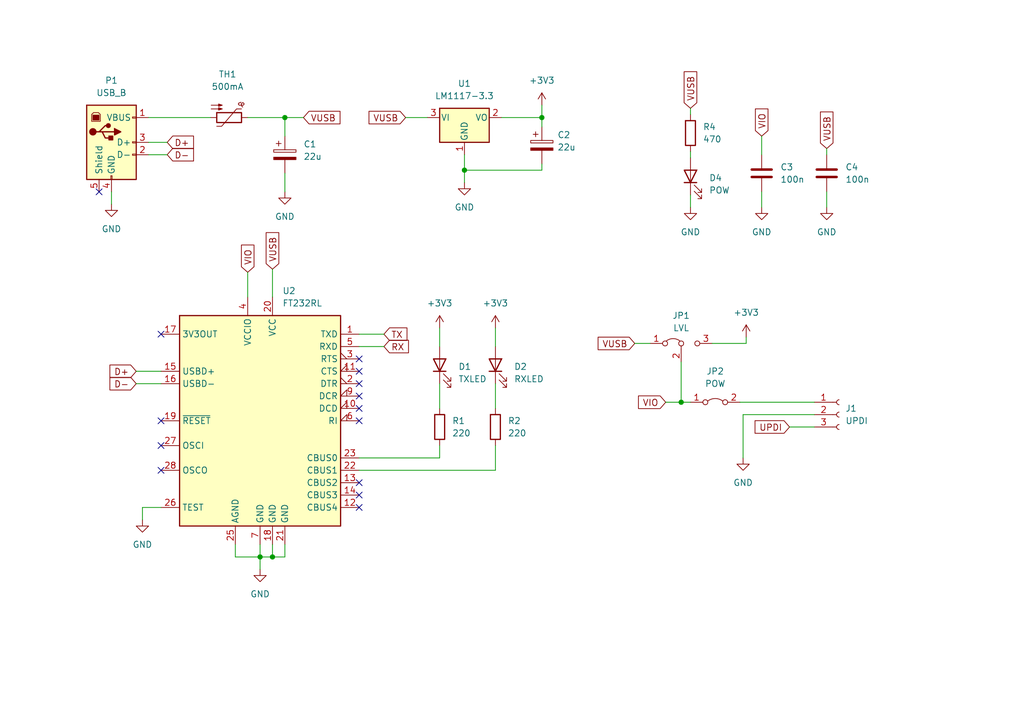
<source format=kicad_sch>
(kicad_sch (version 20211123) (generator eeschema)

  (uuid c3c93de0-69b1-4a04-8e0b-d78caf487c63)

  (paper "A5")

  (title_block
    (date "27 jan 2015")
  )

  (lib_symbols
    (symbol "Interface_USB:FT232RL" (in_bom yes) (on_board yes)
      (property "Reference" "U" (id 0) (at -16.51 22.86 0)
        (effects (font (size 1.27 1.27)) (justify left))
      )
      (property "Value" "FT232RL" (id 1) (at 10.16 22.86 0)
        (effects (font (size 1.27 1.27)) (justify left))
      )
      (property "Footprint" "Package_SO:SSOP-28_5.3x10.2mm_P0.65mm" (id 2) (at 27.94 -22.86 0)
        (effects (font (size 1.27 1.27)) hide)
      )
      (property "Datasheet" "https://www.ftdichip.com/Support/Documents/DataSheets/ICs/DS_FT232R.pdf" (id 3) (at 0 0 0)
        (effects (font (size 1.27 1.27)) hide)
      )
      (property "ki_keywords" "FTDI USB Serial" (id 4) (at 0 0 0)
        (effects (font (size 1.27 1.27)) hide)
      )
      (property "ki_description" "USB to Serial Interface, SSOP-28" (id 5) (at 0 0 0)
        (effects (font (size 1.27 1.27)) hide)
      )
      (property "ki_fp_filters" "SSOP*5.3x10.2mm*P0.65mm*" (id 6) (at 0 0 0)
        (effects (font (size 1.27 1.27)) hide)
      )
      (symbol "FT232RL_0_1"
        (rectangle (start -16.51 21.59) (end 16.51 -21.59)
          (stroke (width 0.254) (type default) (color 0 0 0 0))
          (fill (type background))
        )
      )
      (symbol "FT232RL_1_1"
        (pin output line (at 20.32 17.78 180) (length 3.81)
          (name "TXD" (effects (font (size 1.27 1.27))))
          (number "1" (effects (font (size 1.27 1.27))))
        )
        (pin input input_low (at 20.32 2.54 180) (length 3.81)
          (name "DCD" (effects (font (size 1.27 1.27))))
          (number "10" (effects (font (size 1.27 1.27))))
        )
        (pin input input_low (at 20.32 10.16 180) (length 3.81)
          (name "CTS" (effects (font (size 1.27 1.27))))
          (number "11" (effects (font (size 1.27 1.27))))
        )
        (pin bidirectional line (at 20.32 -17.78 180) (length 3.81)
          (name "CBUS4" (effects (font (size 1.27 1.27))))
          (number "12" (effects (font (size 1.27 1.27))))
        )
        (pin bidirectional line (at 20.32 -12.7 180) (length 3.81)
          (name "CBUS2" (effects (font (size 1.27 1.27))))
          (number "13" (effects (font (size 1.27 1.27))))
        )
        (pin bidirectional line (at 20.32 -15.24 180) (length 3.81)
          (name "CBUS3" (effects (font (size 1.27 1.27))))
          (number "14" (effects (font (size 1.27 1.27))))
        )
        (pin bidirectional line (at -20.32 10.16 0) (length 3.81)
          (name "USBD+" (effects (font (size 1.27 1.27))))
          (number "15" (effects (font (size 1.27 1.27))))
        )
        (pin bidirectional line (at -20.32 7.62 0) (length 3.81)
          (name "USBD-" (effects (font (size 1.27 1.27))))
          (number "16" (effects (font (size 1.27 1.27))))
        )
        (pin power_out line (at -20.32 17.78 0) (length 3.81)
          (name "3V3OUT" (effects (font (size 1.27 1.27))))
          (number "17" (effects (font (size 1.27 1.27))))
        )
        (pin power_in line (at 2.54 -25.4 90) (length 3.81)
          (name "GND" (effects (font (size 1.27 1.27))))
          (number "18" (effects (font (size 1.27 1.27))))
        )
        (pin input line (at -20.32 0 0) (length 3.81)
          (name "~{RESET}" (effects (font (size 1.27 1.27))))
          (number "19" (effects (font (size 1.27 1.27))))
        )
        (pin output output_low (at 20.32 7.62 180) (length 3.81)
          (name "DTR" (effects (font (size 1.27 1.27))))
          (number "2" (effects (font (size 1.27 1.27))))
        )
        (pin power_in line (at 2.54 25.4 270) (length 3.81)
          (name "VCC" (effects (font (size 1.27 1.27))))
          (number "20" (effects (font (size 1.27 1.27))))
        )
        (pin power_in line (at 5.08 -25.4 90) (length 3.81)
          (name "GND" (effects (font (size 1.27 1.27))))
          (number "21" (effects (font (size 1.27 1.27))))
        )
        (pin bidirectional line (at 20.32 -10.16 180) (length 3.81)
          (name "CBUS1" (effects (font (size 1.27 1.27))))
          (number "22" (effects (font (size 1.27 1.27))))
        )
        (pin bidirectional line (at 20.32 -7.62 180) (length 3.81)
          (name "CBUS0" (effects (font (size 1.27 1.27))))
          (number "23" (effects (font (size 1.27 1.27))))
        )
        (pin power_in line (at -5.08 -25.4 90) (length 3.81)
          (name "AGND" (effects (font (size 1.27 1.27))))
          (number "25" (effects (font (size 1.27 1.27))))
        )
        (pin input line (at -20.32 -17.78 0) (length 3.81)
          (name "TEST" (effects (font (size 1.27 1.27))))
          (number "26" (effects (font (size 1.27 1.27))))
        )
        (pin input line (at -20.32 -5.08 0) (length 3.81)
          (name "OSCI" (effects (font (size 1.27 1.27))))
          (number "27" (effects (font (size 1.27 1.27))))
        )
        (pin output line (at -20.32 -10.16 0) (length 3.81)
          (name "OSCO" (effects (font (size 1.27 1.27))))
          (number "28" (effects (font (size 1.27 1.27))))
        )
        (pin output output_low (at 20.32 12.7 180) (length 3.81)
          (name "RTS" (effects (font (size 1.27 1.27))))
          (number "3" (effects (font (size 1.27 1.27))))
        )
        (pin power_in line (at -2.54 25.4 270) (length 3.81)
          (name "VCCIO" (effects (font (size 1.27 1.27))))
          (number "4" (effects (font (size 1.27 1.27))))
        )
        (pin input line (at 20.32 15.24 180) (length 3.81)
          (name "RXD" (effects (font (size 1.27 1.27))))
          (number "5" (effects (font (size 1.27 1.27))))
        )
        (pin input input_low (at 20.32 0 180) (length 3.81)
          (name "RI" (effects (font (size 1.27 1.27))))
          (number "6" (effects (font (size 1.27 1.27))))
        )
        (pin power_in line (at 0 -25.4 90) (length 3.81)
          (name "GND" (effects (font (size 1.27 1.27))))
          (number "7" (effects (font (size 1.27 1.27))))
        )
        (pin input input_low (at 20.32 5.08 180) (length 3.81)
          (name "DCR" (effects (font (size 1.27 1.27))))
          (number "9" (effects (font (size 1.27 1.27))))
        )
      )
    )
    (symbol "Jumper:Jumper_2_Bridged" (pin_names (offset 0) hide) (in_bom yes) (on_board yes)
      (property "Reference" "JP" (id 0) (at 0 1.905 0)
        (effects (font (size 1.27 1.27)))
      )
      (property "Value" "Jumper_2_Bridged" (id 1) (at 0 -2.54 0)
        (effects (font (size 1.27 1.27)))
      )
      (property "Footprint" "" (id 2) (at 0 0 0)
        (effects (font (size 1.27 1.27)) hide)
      )
      (property "Datasheet" "~" (id 3) (at 0 0 0)
        (effects (font (size 1.27 1.27)) hide)
      )
      (property "ki_keywords" "Jumper SPST" (id 4) (at 0 0 0)
        (effects (font (size 1.27 1.27)) hide)
      )
      (property "ki_description" "Jumper, 2-pole, closed/bridged" (id 5) (at 0 0 0)
        (effects (font (size 1.27 1.27)) hide)
      )
      (property "ki_fp_filters" "Jumper* TestPoint*2Pads* TestPoint*Bridge*" (id 6) (at 0 0 0)
        (effects (font (size 1.27 1.27)) hide)
      )
      (symbol "Jumper_2_Bridged_0_0"
        (circle (center -2.032 0) (radius 0.508)
          (stroke (width 0) (type default) (color 0 0 0 0))
          (fill (type none))
        )
        (circle (center 2.032 0) (radius 0.508)
          (stroke (width 0) (type default) (color 0 0 0 0))
          (fill (type none))
        )
      )
      (symbol "Jumper_2_Bridged_0_1"
        (arc (start 1.524 0.254) (mid 0 0.762) (end -1.524 0.254)
          (stroke (width 0) (type default) (color 0 0 0 0))
          (fill (type none))
        )
      )
      (symbol "Jumper_2_Bridged_1_1"
        (pin passive line (at -5.08 0 0) (length 2.54)
          (name "A" (effects (font (size 1.27 1.27))))
          (number "1" (effects (font (size 1.27 1.27))))
        )
        (pin passive line (at 5.08 0 180) (length 2.54)
          (name "B" (effects (font (size 1.27 1.27))))
          (number "2" (effects (font (size 1.27 1.27))))
        )
      )
    )
    (symbol "Jumper:Jumper_3_Bridged12" (pin_names (offset 0) hide) (in_bom yes) (on_board yes)
      (property "Reference" "JP" (id 0) (at -2.54 -2.54 0)
        (effects (font (size 1.27 1.27)))
      )
      (property "Value" "Jumper_3_Bridged12" (id 1) (at 0 2.794 0)
        (effects (font (size 1.27 1.27)))
      )
      (property "Footprint" "" (id 2) (at 0 0 0)
        (effects (font (size 1.27 1.27)) hide)
      )
      (property "Datasheet" "~" (id 3) (at 0 0 0)
        (effects (font (size 1.27 1.27)) hide)
      )
      (property "ki_keywords" "Jumper SPDT" (id 4) (at 0 0 0)
        (effects (font (size 1.27 1.27)) hide)
      )
      (property "ki_description" "Jumper, 3-pole, pins 1+2 closed/bridged" (id 5) (at 0 0 0)
        (effects (font (size 1.27 1.27)) hide)
      )
      (property "ki_fp_filters" "Jumper* TestPoint*3Pads* TestPoint*Bridge*" (id 6) (at 0 0 0)
        (effects (font (size 1.27 1.27)) hide)
      )
      (symbol "Jumper_3_Bridged12_0_0"
        (circle (center -3.302 0) (radius 0.508)
          (stroke (width 0) (type default) (color 0 0 0 0))
          (fill (type none))
        )
        (circle (center 0 0) (radius 0.508)
          (stroke (width 0) (type default) (color 0 0 0 0))
          (fill (type none))
        )
        (circle (center 3.302 0) (radius 0.508)
          (stroke (width 0) (type default) (color 0 0 0 0))
          (fill (type none))
        )
      )
      (symbol "Jumper_3_Bridged12_0_1"
        (arc (start -0.254 0.508) (mid -1.651 0.9912) (end -3.048 0.508)
          (stroke (width 0) (type default) (color 0 0 0 0))
          (fill (type none))
        )
        (polyline
          (pts
            (xy 0 -1.27)
            (xy 0 -0.508)
          )
          (stroke (width 0) (type default) (color 0 0 0 0))
          (fill (type none))
        )
      )
      (symbol "Jumper_3_Bridged12_1_1"
        (pin passive line (at -6.35 0 0) (length 2.54)
          (name "A" (effects (font (size 1.27 1.27))))
          (number "1" (effects (font (size 1.27 1.27))))
        )
        (pin passive line (at 0 -3.81 90) (length 2.54)
          (name "C" (effects (font (size 1.27 1.27))))
          (number "2" (effects (font (size 1.27 1.27))))
        )
        (pin passive line (at 6.35 0 180) (length 2.54)
          (name "B" (effects (font (size 1.27 1.27))))
          (number "3" (effects (font (size 1.27 1.27))))
        )
      )
    )
    (symbol "Regulator_Linear:LM1117-3.3" (pin_names (offset 0.254)) (in_bom yes) (on_board yes)
      (property "Reference" "U" (id 0) (at -3.81 3.175 0)
        (effects (font (size 1.27 1.27)))
      )
      (property "Value" "LM1117-3.3" (id 1) (at 0 3.175 0)
        (effects (font (size 1.27 1.27)) (justify left))
      )
      (property "Footprint" "" (id 2) (at 0 0 0)
        (effects (font (size 1.27 1.27)) hide)
      )
      (property "Datasheet" "http://www.ti.com/lit/ds/symlink/lm1117.pdf" (id 3) (at 0 0 0)
        (effects (font (size 1.27 1.27)) hide)
      )
      (property "ki_keywords" "linear regulator ldo fixed positive" (id 4) (at 0 0 0)
        (effects (font (size 1.27 1.27)) hide)
      )
      (property "ki_description" "800mA Low-Dropout Linear Regulator, 3.3V fixed output, TO-220/TO-252/TO-263/SOT-223" (id 5) (at 0 0 0)
        (effects (font (size 1.27 1.27)) hide)
      )
      (property "ki_fp_filters" "SOT?223* TO?263* TO?252* TO?220*" (id 6) (at 0 0 0)
        (effects (font (size 1.27 1.27)) hide)
      )
      (symbol "LM1117-3.3_0_1"
        (rectangle (start -5.08 -5.08) (end 5.08 1.905)
          (stroke (width 0.254) (type default) (color 0 0 0 0))
          (fill (type background))
        )
      )
      (symbol "LM1117-3.3_1_1"
        (pin power_in line (at 0 -7.62 90) (length 2.54)
          (name "GND" (effects (font (size 1.27 1.27))))
          (number "1" (effects (font (size 1.27 1.27))))
        )
        (pin power_out line (at 7.62 0 180) (length 2.54)
          (name "VO" (effects (font (size 1.27 1.27))))
          (number "2" (effects (font (size 1.27 1.27))))
        )
        (pin power_in line (at -7.62 0 0) (length 2.54)
          (name "VI" (effects (font (size 1.27 1.27))))
          (number "3" (effects (font (size 1.27 1.27))))
        )
      )
    )
    (symbol "connector:Conn_01x03_Female" (pin_names (offset 1.016) hide) (in_bom yes) (on_board yes)
      (property "Reference" "J" (id 0) (at 0 5.08 0)
        (effects (font (size 1.27 1.27)))
      )
      (property "Value" "Conn_01x03_Female" (id 1) (at 0 -5.08 0)
        (effects (font (size 1.27 1.27)))
      )
      (property "Footprint" "" (id 2) (at 0 0 0)
        (effects (font (size 1.27 1.27)) hide)
      )
      (property "Datasheet" "~" (id 3) (at 0 0 0)
        (effects (font (size 1.27 1.27)) hide)
      )
      (property "ki_keywords" "connector" (id 4) (at 0 0 0)
        (effects (font (size 1.27 1.27)) hide)
      )
      (property "ki_description" "Generic connector, single row, 01x03, script generated (kicad-library-utils/schlib/autogen/connector/)" (id 5) (at 0 0 0)
        (effects (font (size 1.27 1.27)) hide)
      )
      (property "ki_fp_filters" "Connector*:*_1x??_*" (id 6) (at 0 0 0)
        (effects (font (size 1.27 1.27)) hide)
      )
      (symbol "Conn_01x03_Female_1_1"
        (arc (start 0 -2.032) (mid -0.508 -2.54) (end 0 -3.048)
          (stroke (width 0.1524) (type default) (color 0 0 0 0))
          (fill (type none))
        )
        (polyline
          (pts
            (xy -1.27 -2.54)
            (xy -0.508 -2.54)
          )
          (stroke (width 0.1524) (type default) (color 0 0 0 0))
          (fill (type none))
        )
        (polyline
          (pts
            (xy -1.27 0)
            (xy -0.508 0)
          )
          (stroke (width 0.1524) (type default) (color 0 0 0 0))
          (fill (type none))
        )
        (polyline
          (pts
            (xy -1.27 2.54)
            (xy -0.508 2.54)
          )
          (stroke (width 0.1524) (type default) (color 0 0 0 0))
          (fill (type none))
        )
        (arc (start 0 0.508) (mid -0.508 0) (end 0 -0.508)
          (stroke (width 0.1524) (type default) (color 0 0 0 0))
          (fill (type none))
        )
        (arc (start 0 3.048) (mid -0.508 2.54) (end 0 2.032)
          (stroke (width 0.1524) (type default) (color 0 0 0 0))
          (fill (type none))
        )
        (pin passive line (at -5.08 2.54 0) (length 3.81)
          (name "Pin_1" (effects (font (size 1.27 1.27))))
          (number "1" (effects (font (size 1.27 1.27))))
        )
        (pin passive line (at -5.08 0 0) (length 3.81)
          (name "Pin_2" (effects (font (size 1.27 1.27))))
          (number "2" (effects (font (size 1.27 1.27))))
        )
        (pin passive line (at -5.08 -2.54 0) (length 3.81)
          (name "Pin_3" (effects (font (size 1.27 1.27))))
          (number "3" (effects (font (size 1.27 1.27))))
        )
      )
    )
    (symbol "connector:USB_B" (pin_names (offset 1.016)) (in_bom yes) (on_board yes)
      (property "Reference" "J" (id 0) (at -5.08 11.43 0)
        (effects (font (size 1.27 1.27)) (justify left))
      )
      (property "Value" "USB_B" (id 1) (at -5.08 8.89 0)
        (effects (font (size 1.27 1.27)) (justify left))
      )
      (property "Footprint" "" (id 2) (at 3.81 -1.27 0)
        (effects (font (size 1.27 1.27)) hide)
      )
      (property "Datasheet" " ~" (id 3) (at 3.81 -1.27 0)
        (effects (font (size 1.27 1.27)) hide)
      )
      (property "ki_keywords" "connector USB" (id 4) (at 0 0 0)
        (effects (font (size 1.27 1.27)) hide)
      )
      (property "ki_description" "USB Type B connector" (id 5) (at 0 0 0)
        (effects (font (size 1.27 1.27)) hide)
      )
      (property "ki_fp_filters" "USB*" (id 6) (at 0 0 0)
        (effects (font (size 1.27 1.27)) hide)
      )
      (symbol "USB_B_0_1"
        (rectangle (start -5.08 -7.62) (end 5.08 7.62)
          (stroke (width 0.254) (type default) (color 0 0 0 0))
          (fill (type background))
        )
        (circle (center -3.81 2.159) (radius 0.635)
          (stroke (width 0.254) (type default) (color 0 0 0 0))
          (fill (type outline))
        )
        (rectangle (start -3.81 5.588) (end -2.54 4.572)
          (stroke (width 0) (type default) (color 0 0 0 0))
          (fill (type outline))
        )
        (circle (center -0.635 3.429) (radius 0.381)
          (stroke (width 0.254) (type default) (color 0 0 0 0))
          (fill (type outline))
        )
        (rectangle (start -0.127 -7.62) (end 0.127 -6.858)
          (stroke (width 0) (type default) (color 0 0 0 0))
          (fill (type none))
        )
        (polyline
          (pts
            (xy -1.905 2.159)
            (xy 0.635 2.159)
          )
          (stroke (width 0.254) (type default) (color 0 0 0 0))
          (fill (type none))
        )
        (polyline
          (pts
            (xy -3.175 2.159)
            (xy -2.54 2.159)
            (xy -1.27 3.429)
            (xy -0.635 3.429)
          )
          (stroke (width 0.254) (type default) (color 0 0 0 0))
          (fill (type none))
        )
        (polyline
          (pts
            (xy -2.54 2.159)
            (xy -1.905 2.159)
            (xy -1.27 0.889)
            (xy 0 0.889)
          )
          (stroke (width 0.254) (type default) (color 0 0 0 0))
          (fill (type none))
        )
        (polyline
          (pts
            (xy 0.635 2.794)
            (xy 0.635 1.524)
            (xy 1.905 2.159)
            (xy 0.635 2.794)
          )
          (stroke (width 0.254) (type default) (color 0 0 0 0))
          (fill (type outline))
        )
        (polyline
          (pts
            (xy -4.064 4.318)
            (xy -2.286 4.318)
            (xy -2.286 5.715)
            (xy -2.667 6.096)
            (xy -3.683 6.096)
            (xy -4.064 5.715)
            (xy -4.064 4.318)
          )
          (stroke (width 0) (type default) (color 0 0 0 0))
          (fill (type none))
        )
        (rectangle (start 0.254 1.27) (end -0.508 0.508)
          (stroke (width 0.254) (type default) (color 0 0 0 0))
          (fill (type outline))
        )
        (rectangle (start 5.08 -2.667) (end 4.318 -2.413)
          (stroke (width 0) (type default) (color 0 0 0 0))
          (fill (type none))
        )
        (rectangle (start 5.08 -0.127) (end 4.318 0.127)
          (stroke (width 0) (type default) (color 0 0 0 0))
          (fill (type none))
        )
        (rectangle (start 5.08 4.953) (end 4.318 5.207)
          (stroke (width 0) (type default) (color 0 0 0 0))
          (fill (type none))
        )
      )
      (symbol "USB_B_1_1"
        (pin power_out line (at 7.62 5.08 180) (length 2.54)
          (name "VBUS" (effects (font (size 1.27 1.27))))
          (number "1" (effects (font (size 1.27 1.27))))
        )
        (pin bidirectional line (at 7.62 -2.54 180) (length 2.54)
          (name "D-" (effects (font (size 1.27 1.27))))
          (number "2" (effects (font (size 1.27 1.27))))
        )
        (pin bidirectional line (at 7.62 0 180) (length 2.54)
          (name "D+" (effects (font (size 1.27 1.27))))
          (number "3" (effects (font (size 1.27 1.27))))
        )
        (pin power_out line (at 0 -10.16 90) (length 2.54)
          (name "GND" (effects (font (size 1.27 1.27))))
          (number "4" (effects (font (size 1.27 1.27))))
        )
        (pin passive line (at -2.54 -10.16 90) (length 2.54)
          (name "Shield" (effects (font (size 1.27 1.27))))
          (number "5" (effects (font (size 1.27 1.27))))
        )
      )
    )
    (symbol "device:C" (pin_numbers hide) (pin_names (offset 0.254)) (in_bom yes) (on_board yes)
      (property "Reference" "C" (id 0) (at 0.635 2.54 0)
        (effects (font (size 1.27 1.27)) (justify left))
      )
      (property "Value" "C" (id 1) (at 0.635 -2.54 0)
        (effects (font (size 1.27 1.27)) (justify left))
      )
      (property "Footprint" "" (id 2) (at 0.9652 -3.81 0)
        (effects (font (size 1.27 1.27)) hide)
      )
      (property "Datasheet" "~" (id 3) (at 0 0 0)
        (effects (font (size 1.27 1.27)) hide)
      )
      (property "ki_keywords" "cap capacitor" (id 4) (at 0 0 0)
        (effects (font (size 1.27 1.27)) hide)
      )
      (property "ki_description" "Unpolarized capacitor" (id 5) (at 0 0 0)
        (effects (font (size 1.27 1.27)) hide)
      )
      (property "ki_fp_filters" "C_*" (id 6) (at 0 0 0)
        (effects (font (size 1.27 1.27)) hide)
      )
      (symbol "C_0_1"
        (polyline
          (pts
            (xy -2.032 -0.762)
            (xy 2.032 -0.762)
          )
          (stroke (width 0.508) (type default) (color 0 0 0 0))
          (fill (type none))
        )
        (polyline
          (pts
            (xy -2.032 0.762)
            (xy 2.032 0.762)
          )
          (stroke (width 0.508) (type default) (color 0 0 0 0))
          (fill (type none))
        )
      )
      (symbol "C_1_1"
        (pin passive line (at 0 3.81 270) (length 2.794)
          (name "~" (effects (font (size 1.27 1.27))))
          (number "1" (effects (font (size 1.27 1.27))))
        )
        (pin passive line (at 0 -3.81 90) (length 2.794)
          (name "~" (effects (font (size 1.27 1.27))))
          (number "2" (effects (font (size 1.27 1.27))))
        )
      )
    )
    (symbol "device:C_Polarized" (pin_numbers hide) (pin_names (offset 0.254)) (in_bom yes) (on_board yes)
      (property "Reference" "C" (id 0) (at 0.635 2.54 0)
        (effects (font (size 1.27 1.27)) (justify left))
      )
      (property "Value" "C_Polarized" (id 1) (at 0.635 -2.54 0)
        (effects (font (size 1.27 1.27)) (justify left))
      )
      (property "Footprint" "" (id 2) (at 0.9652 -3.81 0)
        (effects (font (size 1.27 1.27)) hide)
      )
      (property "Datasheet" "~" (id 3) (at 0 0 0)
        (effects (font (size 1.27 1.27)) hide)
      )
      (property "ki_keywords" "cap capacitor" (id 4) (at 0 0 0)
        (effects (font (size 1.27 1.27)) hide)
      )
      (property "ki_description" "Polarized capacitor" (id 5) (at 0 0 0)
        (effects (font (size 1.27 1.27)) hide)
      )
      (property "ki_fp_filters" "CP_*" (id 6) (at 0 0 0)
        (effects (font (size 1.27 1.27)) hide)
      )
      (symbol "C_Polarized_0_1"
        (rectangle (start -2.286 0.508) (end 2.286 1.016)
          (stroke (width 0) (type default) (color 0 0 0 0))
          (fill (type none))
        )
        (polyline
          (pts
            (xy -1.778 2.286)
            (xy -0.762 2.286)
          )
          (stroke (width 0) (type default) (color 0 0 0 0))
          (fill (type none))
        )
        (polyline
          (pts
            (xy -1.27 2.794)
            (xy -1.27 1.778)
          )
          (stroke (width 0) (type default) (color 0 0 0 0))
          (fill (type none))
        )
        (rectangle (start 2.286 -0.508) (end -2.286 -1.016)
          (stroke (width 0) (type default) (color 0 0 0 0))
          (fill (type outline))
        )
      )
      (symbol "C_Polarized_1_1"
        (pin passive line (at 0 3.81 270) (length 2.794)
          (name "~" (effects (font (size 1.27 1.27))))
          (number "1" (effects (font (size 1.27 1.27))))
        )
        (pin passive line (at 0 -3.81 90) (length 2.794)
          (name "~" (effects (font (size 1.27 1.27))))
          (number "2" (effects (font (size 1.27 1.27))))
        )
      )
    )
    (symbol "device:D_Schottky" (pin_numbers hide) (pin_names (offset 1.016) hide) (in_bom yes) (on_board yes)
      (property "Reference" "D" (id 0) (at 0 2.54 0)
        (effects (font (size 1.27 1.27)))
      )
      (property "Value" "D_Schottky" (id 1) (at 0 -2.54 0)
        (effects (font (size 1.27 1.27)))
      )
      (property "Footprint" "" (id 2) (at 0 0 0)
        (effects (font (size 1.27 1.27)) hide)
      )
      (property "Datasheet" "~" (id 3) (at 0 0 0)
        (effects (font (size 1.27 1.27)) hide)
      )
      (property "ki_keywords" "diode Schottky" (id 4) (at 0 0 0)
        (effects (font (size 1.27 1.27)) hide)
      )
      (property "ki_description" "Schottky diode" (id 5) (at 0 0 0)
        (effects (font (size 1.27 1.27)) hide)
      )
      (property "ki_fp_filters" "TO-???* *_Diode_* *SingleDiode* D_*" (id 6) (at 0 0 0)
        (effects (font (size 1.27 1.27)) hide)
      )
      (symbol "D_Schottky_0_1"
        (polyline
          (pts
            (xy 1.27 0)
            (xy -1.27 0)
          )
          (stroke (width 0) (type default) (color 0 0 0 0))
          (fill (type none))
        )
        (polyline
          (pts
            (xy 1.27 1.27)
            (xy 1.27 -1.27)
            (xy -1.27 0)
            (xy 1.27 1.27)
          )
          (stroke (width 0.254) (type default) (color 0 0 0 0))
          (fill (type none))
        )
        (polyline
          (pts
            (xy -1.905 0.635)
            (xy -1.905 1.27)
            (xy -1.27 1.27)
            (xy -1.27 -1.27)
            (xy -0.635 -1.27)
            (xy -0.635 -0.635)
          )
          (stroke (width 0.254) (type default) (color 0 0 0 0))
          (fill (type none))
        )
      )
      (symbol "D_Schottky_1_1"
        (pin passive line (at -3.81 0 0) (length 2.54)
          (name "K" (effects (font (size 1.27 1.27))))
          (number "1" (effects (font (size 1.27 1.27))))
        )
        (pin passive line (at 3.81 0 180) (length 2.54)
          (name "A" (effects (font (size 1.27 1.27))))
          (number "2" (effects (font (size 1.27 1.27))))
        )
      )
    )
    (symbol "device:LED" (pin_numbers hide) (pin_names (offset 1.016) hide) (in_bom yes) (on_board yes)
      (property "Reference" "D" (id 0) (at 0 2.54 0)
        (effects (font (size 1.27 1.27)))
      )
      (property "Value" "LED" (id 1) (at 0 -2.54 0)
        (effects (font (size 1.27 1.27)))
      )
      (property "Footprint" "" (id 2) (at 0 0 0)
        (effects (font (size 1.27 1.27)) hide)
      )
      (property "Datasheet" "~" (id 3) (at 0 0 0)
        (effects (font (size 1.27 1.27)) hide)
      )
      (property "ki_keywords" "LED diode" (id 4) (at 0 0 0)
        (effects (font (size 1.27 1.27)) hide)
      )
      (property "ki_description" "Light emitting diode" (id 5) (at 0 0 0)
        (effects (font (size 1.27 1.27)) hide)
      )
      (property "ki_fp_filters" "LED* LED_SMD:* LED_THT:*" (id 6) (at 0 0 0)
        (effects (font (size 1.27 1.27)) hide)
      )
      (symbol "LED_0_1"
        (polyline
          (pts
            (xy -1.27 -1.27)
            (xy -1.27 1.27)
          )
          (stroke (width 0.254) (type default) (color 0 0 0 0))
          (fill (type none))
        )
        (polyline
          (pts
            (xy -1.27 0)
            (xy 1.27 0)
          )
          (stroke (width 0) (type default) (color 0 0 0 0))
          (fill (type none))
        )
        (polyline
          (pts
            (xy 1.27 -1.27)
            (xy 1.27 1.27)
            (xy -1.27 0)
            (xy 1.27 -1.27)
          )
          (stroke (width 0.254) (type default) (color 0 0 0 0))
          (fill (type none))
        )
        (polyline
          (pts
            (xy -3.048 -0.762)
            (xy -4.572 -2.286)
            (xy -3.81 -2.286)
            (xy -4.572 -2.286)
            (xy -4.572 -1.524)
          )
          (stroke (width 0) (type default) (color 0 0 0 0))
          (fill (type none))
        )
        (polyline
          (pts
            (xy -1.778 -0.762)
            (xy -3.302 -2.286)
            (xy -2.54 -2.286)
            (xy -3.302 -2.286)
            (xy -3.302 -1.524)
          )
          (stroke (width 0) (type default) (color 0 0 0 0))
          (fill (type none))
        )
      )
      (symbol "LED_1_1"
        (pin passive line (at -3.81 0 0) (length 2.54)
          (name "K" (effects (font (size 1.27 1.27))))
          (number "1" (effects (font (size 1.27 1.27))))
        )
        (pin passive line (at 3.81 0 180) (length 2.54)
          (name "A" (effects (font (size 1.27 1.27))))
          (number "2" (effects (font (size 1.27 1.27))))
        )
      )
    )
    (symbol "device:R" (pin_numbers hide) (pin_names (offset 0)) (in_bom yes) (on_board yes)
      (property "Reference" "R" (id 0) (at 2.032 0 90)
        (effects (font (size 1.27 1.27)))
      )
      (property "Value" "R" (id 1) (at 0 0 90)
        (effects (font (size 1.27 1.27)))
      )
      (property "Footprint" "" (id 2) (at -1.778 0 90)
        (effects (font (size 1.27 1.27)) hide)
      )
      (property "Datasheet" "~" (id 3) (at 0 0 0)
        (effects (font (size 1.27 1.27)) hide)
      )
      (property "ki_keywords" "R res resistor" (id 4) (at 0 0 0)
        (effects (font (size 1.27 1.27)) hide)
      )
      (property "ki_description" "Resistor" (id 5) (at 0 0 0)
        (effects (font (size 1.27 1.27)) hide)
      )
      (property "ki_fp_filters" "R_*" (id 6) (at 0 0 0)
        (effects (font (size 1.27 1.27)) hide)
      )
      (symbol "R_0_1"
        (rectangle (start -1.016 -2.54) (end 1.016 2.54)
          (stroke (width 0.254) (type default) (color 0 0 0 0))
          (fill (type none))
        )
      )
      (symbol "R_1_1"
        (pin passive line (at 0 3.81 270) (length 1.27)
          (name "~" (effects (font (size 1.27 1.27))))
          (number "1" (effects (font (size 1.27 1.27))))
        )
        (pin passive line (at 0 -3.81 90) (length 1.27)
          (name "~" (effects (font (size 1.27 1.27))))
          (number "2" (effects (font (size 1.27 1.27))))
        )
      )
    )
    (symbol "device:Thermistor_PTC" (pin_numbers hide) (pin_names (offset 0)) (in_bom yes) (on_board yes)
      (property "Reference" "TH" (id 0) (at -4.064 0 90)
        (effects (font (size 1.27 1.27)))
      )
      (property "Value" "Thermistor_PTC" (id 1) (at 3.048 0 90)
        (effects (font (size 1.27 1.27)))
      )
      (property "Footprint" "" (id 2) (at 1.27 -5.08 0)
        (effects (font (size 1.27 1.27)) (justify left) hide)
      )
      (property "Datasheet" "~" (id 3) (at 0 0 0)
        (effects (font (size 1.27 1.27)) hide)
      )
      (property "ki_keywords" "resistor PTC thermistor sensor RTD" (id 4) (at 0 0 0)
        (effects (font (size 1.27 1.27)) hide)
      )
      (property "ki_description" "Temperature dependent resistor, positive temperature coefficient" (id 5) (at 0 0 0)
        (effects (font (size 1.27 1.27)) hide)
      )
      (property "ki_fp_filters" "*PTC* *Thermistor* PIN?ARRAY* bornier* *Terminal?Block* R_*" (id 6) (at 0 0 0)
        (effects (font (size 1.27 1.27)) hide)
      )
      (symbol "Thermistor_PTC_0_1"
        (arc (start -3.048 2.159) (mid -3.0505 2.3165) (end -3.175 2.413)
          (stroke (width 0) (type default) (color 0 0 0 0))
          (fill (type none))
        )
        (arc (start -3.048 2.159) (mid -2.9736 1.9794) (end -2.794 1.905)
          (stroke (width 0) (type default) (color 0 0 0 0))
          (fill (type none))
        )
        (arc (start -3.048 2.794) (mid -2.9736 2.6144) (end -2.794 2.54)
          (stroke (width 0) (type default) (color 0 0 0 0))
          (fill (type none))
        )
        (arc (start -2.794 1.905) (mid -2.6144 1.9794) (end -2.54 2.159)
          (stroke (width 0) (type default) (color 0 0 0 0))
          (fill (type none))
        )
        (arc (start -2.794 2.54) (mid -2.434 2.5608) (end -2.159 2.794)
          (stroke (width 0) (type default) (color 0 0 0 0))
          (fill (type none))
        )
        (arc (start -2.794 3.048) (mid -2.9736 2.9736) (end -3.048 2.794)
          (stroke (width 0) (type default) (color 0 0 0 0))
          (fill (type none))
        )
        (arc (start -2.54 2.794) (mid -2.6144 2.9736) (end -2.794 3.048)
          (stroke (width 0) (type default) (color 0 0 0 0))
          (fill (type none))
        )
        (rectangle (start -1.016 2.54) (end 1.016 -2.54)
          (stroke (width 0.254) (type default) (color 0 0 0 0))
          (fill (type none))
        )
        (polyline
          (pts
            (xy -2.54 2.159)
            (xy -2.54 2.794)
          )
          (stroke (width 0) (type default) (color 0 0 0 0))
          (fill (type none))
        )
        (polyline
          (pts
            (xy -1.778 2.54)
            (xy -1.778 1.524)
            (xy 1.778 -1.524)
            (xy 1.778 -2.54)
          )
          (stroke (width 0) (type default) (color 0 0 0 0))
          (fill (type none))
        )
        (polyline
          (pts
            (xy -2.54 -3.683)
            (xy -2.54 -1.397)
            (xy -2.794 -2.159)
            (xy -2.286 -2.159)
            (xy -2.54 -1.397)
            (xy -2.54 -1.651)
          )
          (stroke (width 0) (type default) (color 0 0 0 0))
          (fill (type outline))
        )
        (polyline
          (pts
            (xy -1.778 -3.683)
            (xy -1.778 -1.397)
            (xy -2.032 -2.159)
            (xy -1.524 -2.159)
            (xy -1.778 -1.397)
            (xy -1.778 -1.651)
          )
          (stroke (width 0) (type default) (color 0 0 0 0))
          (fill (type outline))
        )
      )
      (symbol "Thermistor_PTC_1_1"
        (pin passive line (at 0 3.81 270) (length 1.27)
          (name "~" (effects (font (size 1.27 1.27))))
          (number "1" (effects (font (size 1.27 1.27))))
        )
        (pin passive line (at 0 -3.81 90) (length 1.27)
          (name "~" (effects (font (size 1.27 1.27))))
          (number "2" (effects (font (size 1.27 1.27))))
        )
      )
    )
    (symbol "power:+3V3" (power) (pin_names (offset 0)) (in_bom yes) (on_board yes)
      (property "Reference" "#PWR" (id 0) (at 0 -3.81 0)
        (effects (font (size 1.27 1.27)) hide)
      )
      (property "Value" "+3V3" (id 1) (at 0 3.556 0)
        (effects (font (size 1.27 1.27)))
      )
      (property "Footprint" "" (id 2) (at 0 0 0)
        (effects (font (size 1.27 1.27)) hide)
      )
      (property "Datasheet" "" (id 3) (at 0 0 0)
        (effects (font (size 1.27 1.27)) hide)
      )
      (property "ki_keywords" "power-flag" (id 4) (at 0 0 0)
        (effects (font (size 1.27 1.27)) hide)
      )
      (property "ki_description" "Power symbol creates a global label with name \"+3V3\"" (id 5) (at 0 0 0)
        (effects (font (size 1.27 1.27)) hide)
      )
      (symbol "+3V3_0_1"
        (polyline
          (pts
            (xy -0.762 1.27)
            (xy 0 2.54)
          )
          (stroke (width 0) (type default) (color 0 0 0 0))
          (fill (type none))
        )
        (polyline
          (pts
            (xy 0 0)
            (xy 0 2.54)
          )
          (stroke (width 0) (type default) (color 0 0 0 0))
          (fill (type none))
        )
        (polyline
          (pts
            (xy 0 2.54)
            (xy 0.762 1.27)
          )
          (stroke (width 0) (type default) (color 0 0 0 0))
          (fill (type none))
        )
      )
      (symbol "+3V3_1_1"
        (pin power_in line (at 0 0 90) (length 0) hide
          (name "+3V3" (effects (font (size 1.27 1.27))))
          (number "1" (effects (font (size 1.27 1.27))))
        )
      )
    )
    (symbol "power:GND" (power) (pin_names (offset 0)) (in_bom yes) (on_board yes)
      (property "Reference" "#PWR" (id 0) (at 0 -6.35 0)
        (effects (font (size 1.27 1.27)) hide)
      )
      (property "Value" "GND" (id 1) (at 0 -3.81 0)
        (effects (font (size 1.27 1.27)))
      )
      (property "Footprint" "" (id 2) (at 0 0 0)
        (effects (font (size 1.27 1.27)) hide)
      )
      (property "Datasheet" "" (id 3) (at 0 0 0)
        (effects (font (size 1.27 1.27)) hide)
      )
      (property "ki_keywords" "power-flag" (id 4) (at 0 0 0)
        (effects (font (size 1.27 1.27)) hide)
      )
      (property "ki_description" "Power symbol creates a global label with name \"GND\" , ground" (id 5) (at 0 0 0)
        (effects (font (size 1.27 1.27)) hide)
      )
      (symbol "GND_0_1"
        (polyline
          (pts
            (xy 0 0)
            (xy 0 -1.27)
            (xy 1.27 -1.27)
            (xy 0 -2.54)
            (xy -1.27 -1.27)
            (xy 0 -1.27)
          )
          (stroke (width 0) (type default) (color 0 0 0 0))
          (fill (type none))
        )
      )
      (symbol "GND_1_1"
        (pin power_in line (at 0 0 270) (length 0) hide
          (name "GND" (effects (font (size 1.27 1.27))))
          (number "1" (effects (font (size 1.27 1.27))))
        )
      )
    )
  )

  (junction (at 95.25 34.925) (diameter 0) (color 0 0 0 0)
    (uuid 31f0a5cf-1873-4f4b-84cc-b9ad991c0d1f)
  )
  (junction (at 53.34 114.3) (diameter 0) (color 0 0 0 0)
    (uuid 642cb0d6-8b8b-47bd-8b56-c7a9acbafee3)
  )
  (junction (at 58.42 24.13) (diameter 0) (color 0 0 0 0)
    (uuid 6a780180-586a-4241-a52d-dc7a5ffcc966)
  )
  (junction (at 111.125 24.13) (diameter 0) (color 0 0 0 0)
    (uuid 75286985-9fa5-4d30-89c5-493b6e63cd66)
  )
  (junction (at 55.88 114.3) (diameter 0) (color 0 0 0 0)
    (uuid 7820acb8-b55b-4e31-806a-327b635eb5a1)
  )
  (junction (at 139.7 82.55) (diameter 0) (color 0 0 0 0)
    (uuid b7099fed-e888-4ea4-88ac-80a461b288e9)
  )
  (junction (at 260.985 146.685) (diameter 0) (color 0 0 0 0)
    (uuid d35f7bc8-e488-44b0-a548-6c9ec83abdf6)
  )

  (no_connect (at 73.66 81.28) (uuid 6534d445-078b-4c99-bca1-d0968048f39f))
  (no_connect (at 73.66 83.82) (uuid 6534d445-078b-4c99-bca1-d0968048f3a0))
  (no_connect (at 73.66 86.36) (uuid 6534d445-078b-4c99-bca1-d0968048f3a1))
  (no_connect (at 33.02 86.36) (uuid 6534d445-078b-4c99-bca1-d0968048f3a2))
  (no_connect (at 33.02 91.44) (uuid 6534d445-078b-4c99-bca1-d0968048f3a3))
  (no_connect (at 33.02 96.52) (uuid 6534d445-078b-4c99-bca1-d0968048f3a4))
  (no_connect (at 73.66 99.06) (uuid 6534d445-078b-4c99-bca1-d0968048f3a5))
  (no_connect (at 73.66 101.6) (uuid 6534d445-078b-4c99-bca1-d0968048f3a6))
  (no_connect (at 73.66 104.14) (uuid 6534d445-078b-4c99-bca1-d0968048f3a7))
  (no_connect (at 73.66 73.66) (uuid 6534d445-078b-4c99-bca1-d0968048f3a8))
  (no_connect (at 73.66 76.2) (uuid 6534d445-078b-4c99-bca1-d0968048f3a9))
  (no_connect (at 73.66 78.74) (uuid 6534d445-078b-4c99-bca1-d0968048f3aa))
  (no_connect (at 33.02 68.58) (uuid 90891cee-b4cf-45b2-9429-6780caa61536))
  (no_connect (at 20.32 39.37) (uuid becc2dfa-dcbd-4710-a181-00f9aa64acf9))

  (wire (pts (xy 111.125 34.925) (xy 95.25 34.925))
    (stroke (width 0) (type default) (color 0 0 0 0))
    (uuid 0147f16a-c952-4891-8f53-a9fb8cddeb8d)
  )
  (wire (pts (xy 156.21 39.37) (xy 156.21 42.545))
    (stroke (width 0) (type default) (color 0 0 0 0))
    (uuid 0150f503-0e5f-4142-a161-d49c0219d300)
  )
  (wire (pts (xy 30.48 24.13) (xy 43.18 24.13))
    (stroke (width 0) (type default) (color 0 0 0 0))
    (uuid 08a14a3d-c6f3-406f-86fc-d26a9a52fda3)
  )
  (wire (pts (xy 90.17 93.98) (xy 90.17 91.44))
    (stroke (width 0) (type default) (color 0 0 0 0))
    (uuid 0ae2ecce-0c64-4889-9438-a538e2641f06)
  )
  (wire (pts (xy 136.525 82.55) (xy 139.7 82.55))
    (stroke (width 0) (type default) (color 0 0 0 0))
    (uuid 0d2ce8a4-74ab-4d62-ac35-306950e7004a)
  )
  (wire (pts (xy 55.88 111.76) (xy 55.88 114.3))
    (stroke (width 0) (type default) (color 0 0 0 0))
    (uuid 0fa5ea09-db1c-4306-8ea5-8ac6c145ca7d)
  )
  (wire (pts (xy 53.34 114.3) (xy 55.88 114.3))
    (stroke (width 0) (type default) (color 0 0 0 0))
    (uuid 15b36444-c123-4298-847b-8ec7c9fa0ee2)
  )
  (wire (pts (xy 53.34 114.3) (xy 53.34 116.84))
    (stroke (width 0) (type default) (color 0 0 0 0))
    (uuid 160d438b-74ed-4072-9f2e-70a83cde96e3)
  )
  (wire (pts (xy 169.545 39.37) (xy 169.545 42.545))
    (stroke (width 0) (type default) (color 0 0 0 0))
    (uuid 18dc8d9e-5e5a-4d8f-b6c5-7a358409fe21)
  )
  (wire (pts (xy 141.605 22.225) (xy 141.605 23.495))
    (stroke (width 0) (type default) (color 0 0 0 0))
    (uuid 234e2d06-9e63-418c-aa07-cb573f7a69fe)
  )
  (wire (pts (xy 58.42 114.3) (xy 58.42 111.76))
    (stroke (width 0) (type default) (color 0 0 0 0))
    (uuid 2523f4b6-2d88-4e75-ac6b-0a5c3ac15ce8)
  )
  (wire (pts (xy 101.6 78.74) (xy 101.6 83.82))
    (stroke (width 0) (type default) (color 0 0 0 0))
    (uuid 274ef007-a322-462e-a496-2dd292287e4e)
  )
  (wire (pts (xy 260.985 151.13) (xy 260.985 146.685))
    (stroke (width 0) (type default) (color 0 0 0 0))
    (uuid 343c786a-ccd4-4fe6-9ccc-0e4d029867fe)
  )
  (wire (pts (xy 55.88 114.3) (xy 58.42 114.3))
    (stroke (width 0) (type default) (color 0 0 0 0))
    (uuid 498f6014-3be0-4c90-be33-e4e17196f33b)
  )
  (wire (pts (xy 234.95 151.13) (xy 260.985 151.13))
    (stroke (width 0) (type default) (color 0 0 0 0))
    (uuid 4a4ee457-e880-426b-8d56-00ccd3014e70)
  )
  (wire (pts (xy 102.87 24.13) (xy 111.125 24.13))
    (stroke (width 0) (type default) (color 0 0 0 0))
    (uuid 4d586a18-26c5-441e-a9ff-8125ee516126)
  )
  (wire (pts (xy 73.66 68.58) (xy 78.74 68.58))
    (stroke (width 0) (type default) (color 0 0 0 0))
    (uuid 4e3d7c0d-12e3-42f2-b944-e4bcdbbcac2a)
  )
  (wire (pts (xy 30.48 29.21) (xy 34.29 29.21))
    (stroke (width 0) (type default) (color 0 0 0 0))
    (uuid 4ea9ddf9-5110-4e12-aa8d-079531dd6e36)
  )
  (wire (pts (xy 53.34 111.76) (xy 53.34 114.3))
    (stroke (width 0) (type default) (color 0 0 0 0))
    (uuid 4f0fccc1-d8a2-45f2-a59d-981b63c36bc3)
  )
  (wire (pts (xy 161.925 87.63) (xy 167.005 87.63))
    (stroke (width 0) (type default) (color 0 0 0 0))
    (uuid 4fd8609e-39fc-486f-a875-beed16484992)
  )
  (wire (pts (xy 151.765 82.55) (xy 167.005 82.55))
    (stroke (width 0) (type default) (color 0 0 0 0))
    (uuid 52e59fac-3ab0-4fe0-a09a-71a5da9060e2)
  )
  (wire (pts (xy 55.88 55.245) (xy 55.88 60.96))
    (stroke (width 0) (type default) (color 0 0 0 0))
    (uuid 56812eab-a886-4e15-9889-1d4bad7e109f)
  )
  (wire (pts (xy 169.545 31.75) (xy 169.545 30.48))
    (stroke (width 0) (type default) (color 0 0 0 0))
    (uuid 5ca74c29-55d4-479b-8c47-257a8b38e1d4)
  )
  (wire (pts (xy 83.185 24.13) (xy 87.63 24.13))
    (stroke (width 0) (type default) (color 0 0 0 0))
    (uuid 5ec20af8-a239-418b-9af2-00fa7cbde3e6)
  )
  (wire (pts (xy 22.86 39.37) (xy 22.86 41.91))
    (stroke (width 0) (type default) (color 0 0 0 0))
    (uuid 619e93e4-efc5-4da1-b777-74f70a17ce37)
  )
  (wire (pts (xy 141.605 31.115) (xy 141.605 32.385))
    (stroke (width 0) (type default) (color 0 0 0 0))
    (uuid 62cb7651-c625-4d35-b21b-a42f52216e3a)
  )
  (wire (pts (xy 58.42 24.13) (xy 58.42 27.94))
    (stroke (width 0) (type default) (color 0 0 0 0))
    (uuid 68e09be7-3bbc-4443-a838-209ce20b2bef)
  )
  (wire (pts (xy 153.035 70.485) (xy 153.035 69.215))
    (stroke (width 0) (type default) (color 0 0 0 0))
    (uuid 70dd15b1-4664-4723-8969-a5bf5371b13f)
  )
  (wire (pts (xy 48.26 114.3) (xy 53.34 114.3))
    (stroke (width 0) (type default) (color 0 0 0 0))
    (uuid 75e4af88-96ab-482f-96d9-3c467d6b5bfc)
  )
  (wire (pts (xy 27.94 76.2) (xy 33.02 76.2))
    (stroke (width 0) (type default) (color 0 0 0 0))
    (uuid 763bc84b-f623-447d-9fda-4e45c5120ce4)
  )
  (wire (pts (xy 73.66 71.12) (xy 78.74 71.12))
    (stroke (width 0) (type default) (color 0 0 0 0))
    (uuid 78aa7a50-68e7-459a-a8f8-b006ee8513ee)
  )
  (wire (pts (xy 101.6 67.31) (xy 101.6 71.12))
    (stroke (width 0) (type default) (color 0 0 0 0))
    (uuid 79ed84ec-da69-42cc-8bf0-865adb4cb48b)
  )
  (wire (pts (xy 27.94 78.74) (xy 33.02 78.74))
    (stroke (width 0) (type default) (color 0 0 0 0))
    (uuid 7bc0a535-d739-4e6b-9195-afd13b2d79fd)
  )
  (wire (pts (xy 234.95 146.685) (xy 238.125 146.685))
    (stroke (width 0) (type default) (color 0 0 0 0))
    (uuid 815564c0-ffe1-4c9a-a297-0c87cfe46738)
  )
  (wire (pts (xy 50.8 24.13) (xy 58.42 24.13))
    (stroke (width 0) (type default) (color 0 0 0 0))
    (uuid 8322f275-268c-4e87-a69f-4cfbf05e747f)
  )
  (wire (pts (xy 90.17 78.74) (xy 90.17 83.82))
    (stroke (width 0) (type default) (color 0 0 0 0))
    (uuid 89990a8f-4862-4ce3-abe5-a346c2de2fac)
  )
  (wire (pts (xy 260.985 146.685) (xy 265.43 146.685))
    (stroke (width 0) (type default) (color 0 0 0 0))
    (uuid 8c3c5d44-8b7e-420f-9893-722986445be6)
  )
  (wire (pts (xy 141.605 40.005) (xy 141.605 42.545))
    (stroke (width 0) (type default) (color 0 0 0 0))
    (uuid 8cc9dd75-7ea1-4d1c-9d11-0c8547331d8f)
  )
  (wire (pts (xy 111.125 21.59) (xy 111.125 24.13))
    (stroke (width 0) (type default) (color 0 0 0 0))
    (uuid 8e33d48c-235b-4a9d-89bd-818ccfc4ffb6)
  )
  (wire (pts (xy 146.05 70.485) (xy 153.035 70.485))
    (stroke (width 0) (type default) (color 0 0 0 0))
    (uuid 8e78ec67-ca01-4a23-887a-c84dd4f308c8)
  )
  (wire (pts (xy 30.48 31.75) (xy 34.29 31.75))
    (stroke (width 0) (type default) (color 0 0 0 0))
    (uuid 907af194-d977-445b-b5b4-6107eb589a60)
  )
  (wire (pts (xy 29.21 104.14) (xy 29.21 106.68))
    (stroke (width 0) (type default) (color 0 0 0 0))
    (uuid 93691363-7be8-41df-96c7-fe40e9101f16)
  )
  (wire (pts (xy 73.66 93.98) (xy 90.17 93.98))
    (stroke (width 0) (type default) (color 0 0 0 0))
    (uuid 973b2bca-4484-4f54-96d8-68086640aef7)
  )
  (wire (pts (xy 95.25 31.75) (xy 95.25 34.925))
    (stroke (width 0) (type default) (color 0 0 0 0))
    (uuid 98e81e80-1f85-4152-be3f-99785ea97751)
  )
  (wire (pts (xy 141.605 82.55) (xy 139.7 82.55))
    (stroke (width 0) (type default) (color 0 0 0 0))
    (uuid 9d358970-a021-4113-b957-f89232fb0ed3)
  )
  (wire (pts (xy 58.42 39.37) (xy 58.42 35.56))
    (stroke (width 0) (type default) (color 0 0 0 0))
    (uuid 9dab0cb7-2557-4419-963b-5ae736517f62)
  )
  (wire (pts (xy 152.4 93.98) (xy 152.4 85.09))
    (stroke (width 0) (type default) (color 0 0 0 0))
    (uuid a7dd89d8-e5e9-4f00-9527-0b69ad690910)
  )
  (wire (pts (xy 245.745 146.685) (xy 249.555 146.685))
    (stroke (width 0) (type default) (color 0 0 0 0))
    (uuid a9878836-9ec4-41cd-ac48-3659368815b7)
  )
  (wire (pts (xy 111.125 33.655) (xy 111.125 34.925))
    (stroke (width 0) (type default) (color 0 0 0 0))
    (uuid a9ec539a-d80d-40cc-803c-12b6adefe42a)
  )
  (wire (pts (xy 95.25 34.925) (xy 95.25 37.465))
    (stroke (width 0) (type default) (color 0 0 0 0))
    (uuid aa130053-a451-4f12-97f7-3d4d891a5f83)
  )
  (wire (pts (xy 48.26 111.76) (xy 48.26 114.3))
    (stroke (width 0) (type default) (color 0 0 0 0))
    (uuid aa372389-54fa-4180-99b3-8400863a1feb)
  )
  (wire (pts (xy 156.21 27.94) (xy 156.21 31.75))
    (stroke (width 0) (type default) (color 0 0 0 0))
    (uuid afc1acd8-49cf-458c-9c0b-b1863439490a)
  )
  (wire (pts (xy 58.42 24.13) (xy 62.23 24.13))
    (stroke (width 0) (type default) (color 0 0 0 0))
    (uuid b52d6ff3-fef1-496e-8dd5-ebb89b6bce6a)
  )
  (wire (pts (xy 50.8 55.88) (xy 50.8 60.96))
    (stroke (width 0) (type default) (color 0 0 0 0))
    (uuid b62cdbcf-46d0-45b3-ad92-67d17f13552c)
  )
  (wire (pts (xy 101.6 96.52) (xy 73.66 96.52))
    (stroke (width 0) (type default) (color 0 0 0 0))
    (uuid c063aa3a-2041-41ec-b99c-5d06d4cdcd4d)
  )
  (wire (pts (xy 111.125 24.13) (xy 111.125 26.035))
    (stroke (width 0) (type default) (color 0 0 0 0))
    (uuid c264c438-a475-4ad4-9915-0f1e6ecf3053)
  )
  (wire (pts (xy 101.6 91.44) (xy 101.6 96.52))
    (stroke (width 0) (type default) (color 0 0 0 0))
    (uuid c5082fc1-f90b-4c6b-b086-a716a2c7d611)
  )
  (wire (pts (xy 90.17 67.31) (xy 90.17 71.12))
    (stroke (width 0) (type default) (color 0 0 0 0))
    (uuid ce63fe5a-05f9-46ca-87bd-5e727c1bb359)
  )
  (wire (pts (xy 130.175 70.485) (xy 133.35 70.485))
    (stroke (width 0) (type default) (color 0 0 0 0))
    (uuid ce90471a-359c-4db3-b519-4b0eda516fc0)
  )
  (wire (pts (xy 152.4 85.09) (xy 167.005 85.09))
    (stroke (width 0) (type default) (color 0 0 0 0))
    (uuid d74361eb-0185-42c2-9262-934fd5da15ee)
  )
  (wire (pts (xy 33.02 104.14) (xy 29.21 104.14))
    (stroke (width 0) (type default) (color 0 0 0 0))
    (uuid e798dd46-52cc-4057-8f4d-811124389d01)
  )
  (wire (pts (xy 257.175 146.685) (xy 260.985 146.685))
    (stroke (width 0) (type default) (color 0 0 0 0))
    (uuid ed1cf08f-9c3f-4381-8102-f18d9393794b)
  )
  (wire (pts (xy 139.7 74.295) (xy 139.7 82.55))
    (stroke (width 0) (type default) (color 0 0 0 0))
    (uuid f215eccb-2400-4457-a0aa-a62798d47e65)
  )

  (global_label "D-" (shape input) (at 27.94 78.74 180) (fields_autoplaced)
    (effects (font (size 1.3 1.3)) (justify right))
    (uuid 2d6db888-4e40-41c8-b701-07170fc894bc)
    (property "Intersheet References" "${INTERSHEET_REFS}" (id 0) (at 22.6515 78.6588 0)
      (effects (font (size 1.3 1.3)) (justify right) hide)
    )
  )
  (global_label "RX" (shape input) (at 78.74 71.12 0) (fields_autoplaced)
    (effects (font (size 1.3 1.3)) (justify left))
    (uuid 44d8279a-9cd1-4db6-856f-0363131605fc)
    (property "Intersheet References" "${INTERSHEET_REFS}" (id 0) (at 83.6571 71.0388 0)
      (effects (font (size 1.3 1.3)) (justify left) hide)
    )
  )
  (global_label "VUSB" (shape input) (at 55.88 55.245 90) (fields_autoplaced)
    (effects (font (size 1.3 1.3)) (justify left))
    (uuid 461f9454-34e2-4e46-a5c8-61e64173f914)
    (property "Intersheet References" "${INTERSHEET_REFS}" (id 0) (at 55.9612 47.8517 90)
      (effects (font (size 1.3 1.3)) (justify left) hide)
    )
  )
  (global_label "D+" (shape input) (at 27.94 76.2 180) (fields_autoplaced)
    (effects (font (size 1.3 1.3)) (justify right))
    (uuid 5528bcad-2950-4673-90eb-c37e6952c475)
    (property "Intersheet References" "${INTERSHEET_REFS}" (id 0) (at 22.6515 76.1188 0)
      (effects (font (size 1.3 1.3)) (justify right) hide)
    )
  )
  (global_label "VIO" (shape input) (at 136.525 82.55 180) (fields_autoplaced)
    (effects (font (size 1.3 1.3)) (justify right))
    (uuid 65bcba1b-6925-402a-ad02-c32043b73d16)
    (property "Intersheet References" "${INTERSHEET_REFS}" (id 0) (at 131.0508 82.4688 0)
      (effects (font (size 1.3 1.3)) (justify right) hide)
    )
  )
  (global_label "TX" (shape input) (at 78.74 68.58 0) (fields_autoplaced)
    (effects (font (size 1.3 1.3)) (justify left))
    (uuid 66116376-6967-4178-9f23-a26cdeafc400)
    (property "Intersheet References" "${INTERSHEET_REFS}" (id 0) (at 83.3476 68.4988 0)
      (effects (font (size 1.3 1.3)) (justify left) hide)
    )
  )
  (global_label "VUSB" (shape input) (at 62.23 24.13 0) (fields_autoplaced)
    (effects (font (size 1.3 1.3)) (justify left))
    (uuid 6d5f8e65-f525-444c-940a-6df8289b2705)
    (property "Intersheet References" "${INTERSHEET_REFS}" (id 0) (at 69.6233 24.2112 0)
      (effects (font (size 1.3 1.3)) (justify left) hide)
    )
  )
  (global_label "UPDI" (shape input) (at 265.43 146.685 0) (fields_autoplaced)
    (effects (font (size 1.3 1.3)) (justify left))
    (uuid 7b8a0a69-18e4-4836-ad7f-0d6620efafbb)
    (property "Intersheet References" "${INTERSHEET_REFS}" (id 0) (at 272.39 146.6038 0)
      (effects (font (size 1.3 1.3)) (justify left) hide)
    )
  )
  (global_label "RX" (shape input) (at 234.95 151.13 180) (fields_autoplaced)
    (effects (font (size 1.3 1.3)) (justify right))
    (uuid 89f999d6-80d4-4d9a-87c0-4fe9df70401f)
    (property "Intersheet References" "${INTERSHEET_REFS}" (id 0) (at 230.0329 151.0488 0)
      (effects (font (size 1.3 1.3)) (justify right) hide)
    )
  )
  (global_label "UPDI" (shape input) (at 161.925 87.63 180) (fields_autoplaced)
    (effects (font (size 1.3 1.3)) (justify right))
    (uuid 90db9f65-1168-4601-9955-3ca3f47ea6a5)
    (property "Intersheet References" "${INTERSHEET_REFS}" (id 0) (at 154.965 87.5488 0)
      (effects (font (size 1.3 1.3)) (justify right) hide)
    )
  )
  (global_label "VUSB" (shape input) (at 141.605 22.225 90) (fields_autoplaced)
    (effects (font (size 1.3 1.3)) (justify left))
    (uuid a7543ace-3879-4f0e-89e3-85d63c99c97d)
    (property "Intersheet References" "${INTERSHEET_REFS}" (id 0) (at 141.6862 14.8317 90)
      (effects (font (size 1.3 1.3)) (justify left) hide)
    )
  )
  (global_label "VUSB" (shape input) (at 169.545 30.48 90) (fields_autoplaced)
    (effects (font (size 1.3 1.3)) (justify left))
    (uuid a85c2b37-1b09-4c24-bcc7-519ca84f8ee7)
    (property "Intersheet References" "${INTERSHEET_REFS}" (id 0) (at 169.6262 23.0867 90)
      (effects (font (size 1.3 1.3)) (justify left) hide)
    )
  )
  (global_label "TX" (shape input) (at 234.95 146.685 180) (fields_autoplaced)
    (effects (font (size 1.3 1.3)) (justify right))
    (uuid a86523ed-8d07-4a11-9e1a-1979c1c5332c)
    (property "Intersheet References" "${INTERSHEET_REFS}" (id 0) (at 230.3424 146.6038 0)
      (effects (font (size 1.3 1.3)) (justify right) hide)
    )
  )
  (global_label "VUSB" (shape input) (at 83.185 24.13 180) (fields_autoplaced)
    (effects (font (size 1.3 1.3)) (justify right))
    (uuid a9e4f9e6-4fba-46ed-a344-3b5e1c8a62e5)
    (property "Intersheet References" "${INTERSHEET_REFS}" (id 0) (at 75.7917 24.0488 0)
      (effects (font (size 1.3 1.3)) (justify right) hide)
    )
  )
  (global_label "VIO" (shape input) (at 156.21 27.94 90) (fields_autoplaced)
    (effects (font (size 1.3 1.3)) (justify left))
    (uuid b5854179-bab0-4328-8390-51765299f525)
    (property "Intersheet References" "${INTERSHEET_REFS}" (id 0) (at 156.2912 22.4658 90)
      (effects (font (size 1.3 1.3)) (justify left) hide)
    )
  )
  (global_label "D-" (shape input) (at 34.29 31.75 0) (fields_autoplaced)
    (effects (font (size 1.3 1.3)) (justify left))
    (uuid df68c26a-03b5-4466-aecf-ba34b7dce6b7)
    (property "Intersheet References" "${INTERSHEET_REFS}" (id 0) (at 39.5785 31.6688 0)
      (effects (font (size 1.3 1.3)) (justify left) hide)
    )
  )
  (global_label "VIO" (shape input) (at 50.8 55.88 90) (fields_autoplaced)
    (effects (font (size 1.3 1.3)) (justify left))
    (uuid e704c344-b63f-43de-9859-42d32c3087c1)
    (property "Intersheet References" "${INTERSHEET_REFS}" (id 0) (at 50.8812 50.4058 90)
      (effects (font (size 1.3 1.3)) (justify left) hide)
    )
  )
  (global_label "VUSB" (shape input) (at 130.175 70.485 180) (fields_autoplaced)
    (effects (font (size 1.3 1.3)) (justify right))
    (uuid e79d1eba-d84a-4390-b760-988321800296)
    (property "Intersheet References" "${INTERSHEET_REFS}" (id 0) (at 122.7817 70.4038 0)
      (effects (font (size 1.3 1.3)) (justify right) hide)
    )
  )
  (global_label "D+" (shape input) (at 34.29 29.21 0) (fields_autoplaced)
    (effects (font (size 1.3 1.3)) (justify left))
    (uuid e8c50f1b-c316-4110-9cce-5c24c65a1eaa)
    (property "Intersheet References" "${INTERSHEET_REFS}" (id 0) (at 39.5785 29.1288 0)
      (effects (font (size 1.3 1.3)) (justify left) hide)
    )
  )

  (symbol (lib_id "power:+3V3") (at 90.17 67.31 0) (unit 1)
    (in_bom yes) (on_board yes) (fields_autoplaced)
    (uuid 06f0d794-0082-479e-8ed0-1278ae0ca7cc)
    (property "Reference" "#PWR02" (id 0) (at 90.17 71.12 0)
      (effects (font (size 1.27 1.27)) hide)
    )
    (property "Value" "+3V3" (id 1) (at 90.17 62.23 0))
    (property "Footprint" "" (id 2) (at 90.17 67.31 0)
      (effects (font (size 1.27 1.27)) hide)
    )
    (property "Datasheet" "" (id 3) (at 90.17 67.31 0)
      (effects (font (size 1.27 1.27)) hide)
    )
    (pin "1" (uuid 13dac0df-7ff5-4e61-8eb9-3530a867f137))
  )

  (symbol (lib_id "power:GND") (at 156.21 42.545 0) (unit 1)
    (in_bom yes) (on_board yes) (fields_autoplaced)
    (uuid 0762d591-da55-4716-90cd-c037217e28ff)
    (property "Reference" "#PWR07" (id 0) (at 156.21 48.895 0)
      (effects (font (size 1.27 1.27)) hide)
    )
    (property "Value" "GND" (id 1) (at 156.21 47.625 0))
    (property "Footprint" "" (id 2) (at 156.21 42.545 0)
      (effects (font (size 1.27 1.27)) hide)
    )
    (property "Datasheet" "" (id 3) (at 156.21 42.545 0)
      (effects (font (size 1.27 1.27)) hide)
    )
    (pin "1" (uuid 9beb8726-563f-4fdf-9557-7ced6770c855))
  )

  (symbol (lib_id "connector:Conn_01x03_Female") (at 172.085 85.09 0) (unit 1)
    (in_bom yes) (on_board yes) (fields_autoplaced)
    (uuid 07640076-95ac-4cc1-809c-8869ed950ac1)
    (property "Reference" "J1" (id 0) (at 173.355 83.8199 0)
      (effects (font (size 1.27 1.27)) (justify left))
    )
    (property "Value" "UPDI" (id 1) (at 173.355 86.3599 0)
      (effects (font (size 1.27 1.27)) (justify left))
    )
    (property "Footprint" "Connector_PinHeader_2.54mm:PinHeader_1x03_P2.54mm_Vertical" (id 2) (at 172.085 85.09 0)
      (effects (font (size 1.27 1.27)) hide)
    )
    (property "Datasheet" "~" (id 3) (at 172.085 85.09 0)
      (effects (font (size 1.27 1.27)) hide)
    )
    (pin "1" (uuid d4e1a15c-ec4d-4271-9314-3050d8788b6b))
    (pin "2" (uuid 7d032180-b8bb-4d2c-942c-3891462b1075))
    (pin "3" (uuid ae30ac52-cd1b-4f97-a516-c70a5a6b6f23))
  )

  (symbol (lib_id "Jumper:Jumper_3_Bridged12") (at 139.7 70.485 0) (unit 1)
    (in_bom yes) (on_board yes) (fields_autoplaced)
    (uuid 08732b17-8949-4e78-99b5-7f7d7c80aaaa)
    (property "Reference" "JP1" (id 0) (at 139.7 64.77 0))
    (property "Value" "LVL" (id 1) (at 139.7 67.31 0))
    (property "Footprint" "Connector_PinHeader_2.54mm:PinHeader_1x03_P2.54mm_Vertical" (id 2) (at 139.7 70.485 0)
      (effects (font (size 1.27 1.27)) hide)
    )
    (property "Datasheet" "~" (id 3) (at 139.7 70.485 0)
      (effects (font (size 1.27 1.27)) hide)
    )
    (pin "1" (uuid 22ada884-7879-4f84-9a9a-f1b39e3d5ebd))
    (pin "2" (uuid 536e9fc4-386e-4694-b039-9f1365030bb2))
    (pin "3" (uuid f6f28e41-86b0-490a-a7e2-03ed87b9a85a))
  )

  (symbol (lib_id "power:GND") (at 22.86 41.91 0) (unit 1)
    (in_bom yes) (on_board yes) (fields_autoplaced)
    (uuid 13f1bb35-c948-4640-9e12-0fd57453cbdb)
    (property "Reference" "#PWR05" (id 0) (at 22.86 48.26 0)
      (effects (font (size 1.27 1.27)) hide)
    )
    (property "Value" "GND" (id 1) (at 22.86 46.99 0))
    (property "Footprint" "" (id 2) (at 22.86 41.91 0)
      (effects (font (size 1.27 1.27)) hide)
    )
    (property "Datasheet" "" (id 3) (at 22.86 41.91 0)
      (effects (font (size 1.27 1.27)) hide)
    )
    (pin "1" (uuid 85866164-6ed9-4bc8-abf5-a867e210a92b))
  )

  (symbol (lib_id "power:+3V3") (at 111.125 21.59 0) (unit 1)
    (in_bom yes) (on_board yes) (fields_autoplaced)
    (uuid 1c28182b-0e1e-4f34-8230-48592b01f36a)
    (property "Reference" "#PWR01" (id 0) (at 111.125 25.4 0)
      (effects (font (size 1.27 1.27)) hide)
    )
    (property "Value" "+3V3" (id 1) (at 111.125 16.51 0))
    (property "Footprint" "" (id 2) (at 111.125 21.59 0)
      (effects (font (size 1.27 1.27)) hide)
    )
    (property "Datasheet" "" (id 3) (at 111.125 21.59 0)
      (effects (font (size 1.27 1.27)) hide)
    )
    (pin "1" (uuid ed1978a9-8816-462f-8cb3-1bac74a20fe9))
  )

  (symbol (lib_id "device:Thermistor_PTC") (at 46.99 24.13 270) (unit 1)
    (in_bom yes) (on_board yes) (fields_autoplaced)
    (uuid 1e151cee-a1df-4908-8bb7-90d37a9483ad)
    (property "Reference" "TH1" (id 0) (at 46.6725 15.24 90))
    (property "Value" "500mA" (id 1) (at 46.6725 17.78 90))
    (property "Footprint" "Fuse:Fuse_1206_3216Metric_Pad1.42x1.75mm_HandSolder" (id 2) (at 41.91 25.4 0)
      (effects (font (size 1.27 1.27)) (justify left) hide)
    )
    (property "Datasheet" "~" (id 3) (at 46.99 24.13 0)
      (effects (font (size 1.27 1.27)) hide)
    )
    (pin "1" (uuid dd61e408-7346-40a4-9cb9-99cd36090419))
    (pin "2" (uuid 6a2c7e89-94bb-4d4b-9a3d-5734b3add4f2))
  )

  (symbol (lib_id "power:GND") (at 141.605 42.545 0) (unit 1)
    (in_bom yes) (on_board yes) (fields_autoplaced)
    (uuid 22c73194-060a-4a01-b9e8-f9fb05b80829)
    (property "Reference" "#PWR013" (id 0) (at 141.605 48.895 0)
      (effects (font (size 1.27 1.27)) hide)
    )
    (property "Value" "GND" (id 1) (at 141.605 47.625 0))
    (property "Footprint" "" (id 2) (at 141.605 42.545 0)
      (effects (font (size 1.27 1.27)) hide)
    )
    (property "Datasheet" "" (id 3) (at 141.605 42.545 0)
      (effects (font (size 1.27 1.27)) hide)
    )
    (pin "1" (uuid aba71751-2a0a-40c1-bc46-952dcd879dfa))
  )

  (symbol (lib_id "device:LED") (at 90.17 74.93 90) (unit 1)
    (in_bom yes) (on_board yes) (fields_autoplaced)
    (uuid 25cc7000-16ee-4387-9d39-20e5eb809ab6)
    (property "Reference" "D1" (id 0) (at 93.98 75.2474 90)
      (effects (font (size 1.27 1.27)) (justify right))
    )
    (property "Value" "TXLED" (id 1) (at 93.98 77.7874 90)
      (effects (font (size 1.27 1.27)) (justify right))
    )
    (property "Footprint" "LED_THT:LED_D3.0mm_Clear" (id 2) (at 90.17 74.93 0)
      (effects (font (size 1.27 1.27)) hide)
    )
    (property "Datasheet" "~" (id 3) (at 90.17 74.93 0)
      (effects (font (size 1.27 1.27)) hide)
    )
    (pin "1" (uuid c6f5c60a-9cf5-4f48-a245-ce623bdf5e9a))
    (pin "2" (uuid f3fe3bb0-ac78-4a5b-9b7f-8a272e9e766b))
  )

  (symbol (lib_id "power:+3V3") (at 101.6 67.31 0) (unit 1)
    (in_bom yes) (on_board yes) (fields_autoplaced)
    (uuid 2ea32ddb-1257-467c-b71c-daefc7046357)
    (property "Reference" "#PWR03" (id 0) (at 101.6 71.12 0)
      (effects (font (size 1.27 1.27)) hide)
    )
    (property "Value" "+3V3" (id 1) (at 101.6 62.23 0))
    (property "Footprint" "" (id 2) (at 101.6 67.31 0)
      (effects (font (size 1.27 1.27)) hide)
    )
    (property "Datasheet" "" (id 3) (at 101.6 67.31 0)
      (effects (font (size 1.27 1.27)) hide)
    )
    (pin "1" (uuid e7d5f70b-16e4-4ea3-b625-33506de2f080))
  )

  (symbol (lib_id "device:C") (at 156.21 35.56 0) (unit 1)
    (in_bom yes) (on_board yes) (fields_autoplaced)
    (uuid 36581bde-4aad-4752-bd97-b44be452c08b)
    (property "Reference" "C3" (id 0) (at 160.02 34.2899 0)
      (effects (font (size 1.27 1.27)) (justify left))
    )
    (property "Value" "100n" (id 1) (at 160.02 36.8299 0)
      (effects (font (size 1.27 1.27)) (justify left))
    )
    (property "Footprint" "Capacitor_SMD:C_1206_3216Metric_Pad1.33x1.80mm_HandSolder" (id 2) (at 157.1752 39.37 0)
      (effects (font (size 1.27 1.27)) hide)
    )
    (property "Datasheet" "~" (id 3) (at 156.21 35.56 0)
      (effects (font (size 1.27 1.27)) hide)
    )
    (pin "1" (uuid 564ef772-8545-4140-bc87-e76e2152cc57))
    (pin "2" (uuid b92d5ea5-6001-4477-bbed-366061007b5f))
  )

  (symbol (lib_id "connector:USB_B") (at 22.86 29.21 0) (unit 1)
    (in_bom yes) (on_board yes) (fields_autoplaced)
    (uuid 42055196-75a1-4bab-923f-1da5a88afc48)
    (property "Reference" "P1" (id 0) (at 22.86 16.51 0))
    (property "Value" "USB_B" (id 1) (at 22.86 19.05 0))
    (property "Footprint" "Connector_USB:USB_B_Lumberg_2411_02_Horizontal" (id 2) (at 26.67 30.48 0)
      (effects (font (size 1.27 1.27)) hide)
    )
    (property "Datasheet" " ~" (id 3) (at 26.67 30.48 0)
      (effects (font (size 1.27 1.27)) hide)
    )
    (pin "1" (uuid a4f5479e-027c-4557-bdb2-4fd2adcd814e))
    (pin "2" (uuid 2b79d49c-5abf-40d5-bdcd-c70687d7a036))
    (pin "3" (uuid 72bdda53-c4bf-49b5-9472-d4139e30f593))
    (pin "4" (uuid 09f1d5d0-476e-488d-8c49-9abac9d19d52))
    (pin "5" (uuid eefc0684-51da-40ed-9e14-95312c75e051))
  )

  (symbol (lib_id "Interface_USB:FT232RL") (at 53.34 86.36 0) (unit 1)
    (in_bom yes) (on_board yes) (fields_autoplaced)
    (uuid 442d10f2-71c7-4ec0-862d-81ed77741d64)
    (property "Reference" "U2" (id 0) (at 57.8994 59.69 0)
      (effects (font (size 1.27 1.27)) (justify left))
    )
    (property "Value" "FT232RL" (id 1) (at 57.8994 62.23 0)
      (effects (font (size 1.27 1.27)) (justify left))
    )
    (property "Footprint" "Package_SO:SSOP-28_5.3x10.2mm_P0.65mm" (id 2) (at 81.28 109.22 0)
      (effects (font (size 1.27 1.27)) hide)
    )
    (property "Datasheet" "https://www.ftdichip.com/Support/Documents/DataSheets/ICs/DS_FT232R.pdf" (id 3) (at 53.34 86.36 0)
      (effects (font (size 1.27 1.27)) hide)
    )
    (pin "1" (uuid 9de5320a-4714-4fb3-bf6d-cfb2842cb2b6))
    (pin "10" (uuid 0b682c91-40ed-4512-a1fa-c6de76420f69))
    (pin "11" (uuid d917b0a1-349a-45b7-829b-9cf777e4e2af))
    (pin "12" (uuid f08d60a9-55b1-4408-b94f-260833a17d25))
    (pin "13" (uuid 63ba5ad5-c73b-4e95-8d5a-248515bc61b7))
    (pin "14" (uuid de1b8602-5ed6-4c89-ae32-688d3eaaf1be))
    (pin "15" (uuid 29797be5-cc8b-448b-b273-84df955bd886))
    (pin "16" (uuid 27c911ed-29a3-471f-b177-0d87ac15198e))
    (pin "17" (uuid 0244069c-5246-4d98-93cd-c623961955b4))
    (pin "18" (uuid af17d677-2819-4d22-b3d2-1092201056ca))
    (pin "19" (uuid 601121bb-e21c-44e3-b197-006d8029d20b))
    (pin "2" (uuid 087b2184-3b48-4414-b12d-36530517a275))
    (pin "20" (uuid 6c7fd1eb-7915-4b14-9004-9181e1170061))
    (pin "21" (uuid 02bf5fe5-2e98-47a3-b69a-d7f72deea4b9))
    (pin "22" (uuid e0c48084-37fe-422a-a75a-cc2199c66c8b))
    (pin "23" (uuid f8723f19-935f-4d3c-9307-8638c4ed6d38))
    (pin "25" (uuid 41129a8e-3767-4f2b-8c43-d7823877bf70))
    (pin "26" (uuid 35438aa6-e7ff-4ebe-9f1d-5fd58c4f67b7))
    (pin "27" (uuid 909d51a3-fc29-470a-8a17-c07c7c8f2a53))
    (pin "28" (uuid f5071d01-5630-40bc-9d7b-cd8bbfaa6ec4))
    (pin "3" (uuid 57b8395d-b502-4b23-9502-f1c9e47bdcfa))
    (pin "4" (uuid f4733fc6-402f-4b82-81bd-a7f6e4137f73))
    (pin "5" (uuid 798b8724-4523-45b0-8ac8-7938c0333d61))
    (pin "6" (uuid a6da33b0-b80e-42c5-9250-718b92113797))
    (pin "7" (uuid 39e966a0-35ac-4524-9ac4-191ddd1d2d6c))
    (pin "9" (uuid 31dd0e75-280f-4d50-9271-bdf9bf15a55b))
  )

  (symbol (lib_id "Regulator_Linear:LM1117-3.3") (at 95.25 24.13 0) (unit 1)
    (in_bom yes) (on_board yes) (fields_autoplaced)
    (uuid 4d24a319-1efd-4f06-8c81-cdd050ccc6ba)
    (property "Reference" "U1" (id 0) (at 95.25 17.145 0))
    (property "Value" "LM1117-3.3" (id 1) (at 95.25 19.685 0))
    (property "Footprint" "Package_TO_SOT_SMD:SOT-223-3_TabPin2" (id 2) (at 95.25 24.13 0)
      (effects (font (size 1.27 1.27)) hide)
    )
    (property "Datasheet" "http://www.ti.com/lit/ds/symlink/lm1117.pdf" (id 3) (at 95.25 24.13 0)
      (effects (font (size 1.27 1.27)) hide)
    )
    (pin "1" (uuid f1d4082f-153c-47da-96b7-d217bc9022f0))
    (pin "2" (uuid b477a0e2-31f5-415c-8881-e7e4f52fcafb))
    (pin "3" (uuid c187da95-f73f-4ac4-b0f7-841302c8b39f))
  )

  (symbol (lib_id "power:GND") (at 53.34 116.84 0) (unit 1)
    (in_bom yes) (on_board yes) (fields_autoplaced)
    (uuid 4f787620-c61e-400b-9e21-0dde1bd85623)
    (property "Reference" "#PWR011" (id 0) (at 53.34 123.19 0)
      (effects (font (size 1.27 1.27)) hide)
    )
    (property "Value" "GND" (id 1) (at 53.34 121.92 0))
    (property "Footprint" "" (id 2) (at 53.34 116.84 0)
      (effects (font (size 1.27 1.27)) hide)
    )
    (property "Datasheet" "" (id 3) (at 53.34 116.84 0)
      (effects (font (size 1.27 1.27)) hide)
    )
    (pin "1" (uuid 061a077a-b1cf-4a5f-b648-f2852468fa94))
  )

  (symbol (lib_id "device:R") (at 141.605 27.305 180) (unit 1)
    (in_bom yes) (on_board yes) (fields_autoplaced)
    (uuid 56d5d2e4-dbd9-4665-9c2f-4cd76f3e3bd2)
    (property "Reference" "R4" (id 0) (at 144.145 26.0349 0)
      (effects (font (size 1.27 1.27)) (justify right))
    )
    (property "Value" "470" (id 1) (at 144.145 28.5749 0)
      (effects (font (size 1.27 1.27)) (justify right))
    )
    (property "Footprint" "Resistor_SMD:R_1206_3216Metric_Pad1.30x1.75mm_HandSolder" (id 2) (at 143.383 27.305 90)
      (effects (font (size 1.27 1.27)) hide)
    )
    (property "Datasheet" "~" (id 3) (at 141.605 27.305 0)
      (effects (font (size 1.27 1.27)) hide)
    )
    (pin "1" (uuid efb5ebae-d680-4d30-add6-fa2b005bc2e3))
    (pin "2" (uuid 9d29d03c-427b-4b84-bf4f-2d6f7ba5364a))
  )

  (symbol (lib_id "power:GND") (at 152.4 93.98 0) (unit 1)
    (in_bom yes) (on_board yes) (fields_autoplaced)
    (uuid 652d6fc2-40a0-4434-94f8-6c8de06e58c1)
    (property "Reference" "#PWR012" (id 0) (at 152.4 100.33 0)
      (effects (font (size 1.27 1.27)) hide)
    )
    (property "Value" "GND" (id 1) (at 152.4 99.06 0))
    (property "Footprint" "" (id 2) (at 152.4 93.98 0)
      (effects (font (size 1.27 1.27)) hide)
    )
    (property "Datasheet" "" (id 3) (at 152.4 93.98 0)
      (effects (font (size 1.27 1.27)) hide)
    )
    (pin "1" (uuid d3e59232-c7f0-49d7-a70b-20d7eddc031a))
  )

  (symbol (lib_id "device:C_Polarized") (at 58.42 31.75 0) (unit 1)
    (in_bom yes) (on_board yes) (fields_autoplaced)
    (uuid 695bf8d7-a056-4e11-9704-680b03ec46c4)
    (property "Reference" "C1" (id 0) (at 62.23 29.5909 0)
      (effects (font (size 1.27 1.27)) (justify left))
    )
    (property "Value" "22u" (id 1) (at 62.23 32.1309 0)
      (effects (font (size 1.27 1.27)) (justify left))
    )
    (property "Footprint" "Capacitor_THT:CP_Radial_D5.0mm_P2.50mm" (id 2) (at 59.3852 35.56 0)
      (effects (font (size 1.27 1.27)) hide)
    )
    (property "Datasheet" "~" (id 3) (at 58.42 31.75 0)
      (effects (font (size 1.27 1.27)) hide)
    )
    (pin "1" (uuid ba236352-e453-4900-95db-95dbb03228c4))
    (pin "2" (uuid 68830831-7263-483c-84a2-e0723e09c977))
  )

  (symbol (lib_id "device:LED") (at 101.6 74.93 90) (unit 1)
    (in_bom yes) (on_board yes) (fields_autoplaced)
    (uuid 697d8c35-4e32-4244-a5cf-cbf95ce36578)
    (property "Reference" "D2" (id 0) (at 105.41 75.2474 90)
      (effects (font (size 1.27 1.27)) (justify right))
    )
    (property "Value" "RXLED" (id 1) (at 105.41 77.7874 90)
      (effects (font (size 1.27 1.27)) (justify right))
    )
    (property "Footprint" "LED_THT:LED_D3.0mm_Clear" (id 2) (at 101.6 74.93 0)
      (effects (font (size 1.27 1.27)) hide)
    )
    (property "Datasheet" "~" (id 3) (at 101.6 74.93 0)
      (effects (font (size 1.27 1.27)) hide)
    )
    (pin "1" (uuid a0ed70d9-48ec-4db9-afe2-6e0186a20a54))
    (pin "2" (uuid 0a11cce4-1266-4217-8132-2b65dd1b21f8))
  )

  (symbol (lib_id "device:R") (at 101.6 87.63 180) (unit 1)
    (in_bom yes) (on_board yes) (fields_autoplaced)
    (uuid 7f43bacc-d6bc-4e3a-af50-3d72f4249f36)
    (property "Reference" "R2" (id 0) (at 104.14 86.3599 0)
      (effects (font (size 1.27 1.27)) (justify right))
    )
    (property "Value" "220" (id 1) (at 104.14 88.8999 0)
      (effects (font (size 1.27 1.27)) (justify right))
    )
    (property "Footprint" "Resistor_SMD:R_1206_3216Metric_Pad1.30x1.75mm_HandSolder" (id 2) (at 103.378 87.63 90)
      (effects (font (size 1.27 1.27)) hide)
    )
    (property "Datasheet" "~" (id 3) (at 101.6 87.63 0)
      (effects (font (size 1.27 1.27)) hide)
    )
    (pin "1" (uuid b8485eb6-63b0-4806-8c9a-8271e2a3e54d))
    (pin "2" (uuid 072d9b68-d01e-4da8-8431-e0e4e05409e6))
  )

  (symbol (lib_id "device:R") (at 241.935 146.685 270) (unit 1)
    (in_bom yes) (on_board yes) (fields_autoplaced)
    (uuid 80accd15-b956-4b96-a29d-fdcbc8d15818)
    (property "Reference" "R3" (id 0) (at 241.935 140.335 90))
    (property "Value" "470" (id 1) (at 241.935 142.875 90))
    (property "Footprint" "Resistor_SMD:R_1206_3216Metric_Pad1.30x1.75mm_HandSolder" (id 2) (at 241.935 144.907 90)
      (effects (font (size 1.27 1.27)) hide)
    )
    (property "Datasheet" "~" (id 3) (at 241.935 146.685 0)
      (effects (font (size 1.27 1.27)) hide)
    )
    (pin "1" (uuid 0cfbd02e-3f7d-46e9-b928-2b3846362422))
    (pin "2" (uuid b2c9a948-e080-4b97-a11f-7c519b80fb17))
  )

  (symbol (lib_id "Jumper:Jumper_2_Bridged") (at 146.685 82.55 0) (unit 1)
    (in_bom yes) (on_board yes) (fields_autoplaced)
    (uuid 8485ea9c-c1b4-4249-8089-5ce8dcdc903d)
    (property "Reference" "JP2" (id 0) (at 146.685 76.2 0))
    (property "Value" "POW" (id 1) (at 146.685 78.74 0))
    (property "Footprint" "Connector_PinHeader_2.54mm:PinHeader_1x02_P2.54mm_Vertical" (id 2) (at 146.685 82.55 0)
      (effects (font (size 1.27 1.27)) hide)
    )
    (property "Datasheet" "~" (id 3) (at 146.685 82.55 0)
      (effects (font (size 1.27 1.27)) hide)
    )
    (pin "1" (uuid 5bf33c2e-6b40-422e-8930-bb1d44066b46))
    (pin "2" (uuid 8e455918-85f1-4269-99ef-a47d9b63a005))
  )

  (symbol (lib_id "device:R") (at 90.17 87.63 180) (unit 1)
    (in_bom yes) (on_board yes) (fields_autoplaced)
    (uuid 9d44a550-1208-4757-897c-2db2d629b0ce)
    (property "Reference" "R1" (id 0) (at 92.71 86.3599 0)
      (effects (font (size 1.27 1.27)) (justify right))
    )
    (property "Value" "220" (id 1) (at 92.71 88.8999 0)
      (effects (font (size 1.27 1.27)) (justify right))
    )
    (property "Footprint" "Resistor_SMD:R_1206_3216Metric_Pad1.30x1.75mm_HandSolder" (id 2) (at 91.948 87.63 90)
      (effects (font (size 1.27 1.27)) hide)
    )
    (property "Datasheet" "~" (id 3) (at 90.17 87.63 0)
      (effects (font (size 1.27 1.27)) hide)
    )
    (pin "1" (uuid f2e56298-2ea2-4be5-b40a-ad1d8e6dfd8f))
    (pin "2" (uuid ee5af555-789d-407a-9ee1-a7b31e6bfd32))
  )

  (symbol (lib_id "device:LED") (at 141.605 36.195 90) (unit 1)
    (in_bom yes) (on_board yes) (fields_autoplaced)
    (uuid a1bbbcb7-3394-4d47-a7e2-c5aca5915b62)
    (property "Reference" "D4" (id 0) (at 145.415 36.5124 90)
      (effects (font (size 1.27 1.27)) (justify right))
    )
    (property "Value" "POW" (id 1) (at 145.415 39.0524 90)
      (effects (font (size 1.27 1.27)) (justify right))
    )
    (property "Footprint" "LED_THT:LED_D3.0mm_Clear" (id 2) (at 141.605 36.195 0)
      (effects (font (size 1.27 1.27)) hide)
    )
    (property "Datasheet" "~" (id 3) (at 141.605 36.195 0)
      (effects (font (size 1.27 1.27)) hide)
    )
    (pin "1" (uuid ccefc75b-fd16-4e82-963f-281710a98051))
    (pin "2" (uuid 318b1c02-8f98-40e0-8672-6e5f766110ad))
  )

  (symbol (lib_id "power:GND") (at 95.25 37.465 0) (unit 1)
    (in_bom yes) (on_board yes) (fields_autoplaced)
    (uuid ae7beb79-fa9f-4771-9523-280bf183a91c)
    (property "Reference" "#PWR06" (id 0) (at 95.25 43.815 0)
      (effects (font (size 1.27 1.27)) hide)
    )
    (property "Value" "GND" (id 1) (at 95.25 42.545 0))
    (property "Footprint" "" (id 2) (at 95.25 37.465 0)
      (effects (font (size 1.27 1.27)) hide)
    )
    (property "Datasheet" "" (id 3) (at 95.25 37.465 0)
      (effects (font (size 1.27 1.27)) hide)
    )
    (pin "1" (uuid 168f41d0-4927-4001-8390-27338686940d))
  )

  (symbol (lib_id "device:D_Schottky") (at 253.365 146.685 0) (unit 1)
    (in_bom yes) (on_board yes) (fields_autoplaced)
    (uuid afe03721-78c8-4f99-98e0-5ce5316da664)
    (property "Reference" "D3" (id 0) (at 253.0475 140.335 0))
    (property "Value" "BAT42" (id 1) (at 253.0475 142.875 0))
    (property "Footprint" "Diode_THT:D_DO-35_SOD27_P7.62mm_Horizontal" (id 2) (at 253.365 146.685 0)
      (effects (font (size 1.27 1.27)) hide)
    )
    (property "Datasheet" "~" (id 3) (at 253.365 146.685 0)
      (effects (font (size 1.27 1.27)) hide)
    )
    (pin "1" (uuid 312e2594-4dc1-4343-b53c-f75ba606d95f))
    (pin "2" (uuid 260e7d19-d70c-4032-b426-90d383fa1b92))
  )

  (symbol (lib_id "power:+3V3") (at 153.035 69.215 0) (unit 1)
    (in_bom yes) (on_board yes) (fields_autoplaced)
    (uuid b8d84d17-feb2-47ce-8588-85702f374997)
    (property "Reference" "#PWR010" (id 0) (at 153.035 73.025 0)
      (effects (font (size 1.27 1.27)) hide)
    )
    (property "Value" "+3V3" (id 1) (at 153.035 64.135 0))
    (property "Footprint" "" (id 2) (at 153.035 69.215 0)
      (effects (font (size 1.27 1.27)) hide)
    )
    (property "Datasheet" "" (id 3) (at 153.035 69.215 0)
      (effects (font (size 1.27 1.27)) hide)
    )
    (pin "1" (uuid 6eb1cdc8-ec39-4584-8ce7-818df202394d))
  )

  (symbol (lib_id "power:GND") (at 29.21 106.68 0) (unit 1)
    (in_bom yes) (on_board yes) (fields_autoplaced)
    (uuid b9453522-4f1e-4784-87a4-23696ce87f14)
    (property "Reference" "#PWR09" (id 0) (at 29.21 113.03 0)
      (effects (font (size 1.27 1.27)) hide)
    )
    (property "Value" "GND" (id 1) (at 29.21 111.76 0))
    (property "Footprint" "" (id 2) (at 29.21 106.68 0)
      (effects (font (size 1.27 1.27)) hide)
    )
    (property "Datasheet" "" (id 3) (at 29.21 106.68 0)
      (effects (font (size 1.27 1.27)) hide)
    )
    (pin "1" (uuid cc5ba02a-4668-4089-89b9-80e483be8dff))
  )

  (symbol (lib_id "device:C") (at 169.545 35.56 0) (unit 1)
    (in_bom yes) (on_board yes) (fields_autoplaced)
    (uuid bd40963b-0e4c-421a-ade0-205b4ed4d57e)
    (property "Reference" "C4" (id 0) (at 173.355 34.2899 0)
      (effects (font (size 1.27 1.27)) (justify left))
    )
    (property "Value" "100n" (id 1) (at 173.355 36.8299 0)
      (effects (font (size 1.27 1.27)) (justify left))
    )
    (property "Footprint" "Capacitor_SMD:C_1206_3216Metric_Pad1.33x1.80mm_HandSolder" (id 2) (at 170.5102 39.37 0)
      (effects (font (size 1.27 1.27)) hide)
    )
    (property "Datasheet" "~" (id 3) (at 169.545 35.56 0)
      (effects (font (size 1.27 1.27)) hide)
    )
    (pin "1" (uuid 7456cbcb-fb53-4ed4-9154-c536146f6e1f))
    (pin "2" (uuid 5daf4ecb-af4b-40d6-85f0-fe5203a65bc3))
  )

  (symbol (lib_id "power:GND") (at 58.42 39.37 0) (unit 1)
    (in_bom yes) (on_board yes) (fields_autoplaced)
    (uuid d4e4ffa8-e3e2-4590-b9df-630d1880f3e4)
    (property "Reference" "#PWR04" (id 0) (at 58.42 45.72 0)
      (effects (font (size 1.27 1.27)) hide)
    )
    (property "Value" "GND" (id 1) (at 58.42 44.45 0))
    (property "Footprint" "" (id 2) (at 58.42 39.37 0)
      (effects (font (size 1.27 1.27)) hide)
    )
    (property "Datasheet" "" (id 3) (at 58.42 39.37 0)
      (effects (font (size 1.27 1.27)) hide)
    )
    (pin "1" (uuid 74096bdc-b668-408c-af3a-b048c20bd605))
  )

  (symbol (lib_id "power:GND") (at 169.545 42.545 0) (unit 1)
    (in_bom yes) (on_board yes) (fields_autoplaced)
    (uuid d71ce192-2349-468d-bffb-c3cd00c1bab2)
    (property "Reference" "#PWR08" (id 0) (at 169.545 48.895 0)
      (effects (font (size 1.27 1.27)) hide)
    )
    (property "Value" "GND" (id 1) (at 169.545 47.625 0))
    (property "Footprint" "" (id 2) (at 169.545 42.545 0)
      (effects (font (size 1.27 1.27)) hide)
    )
    (property "Datasheet" "" (id 3) (at 169.545 42.545 0)
      (effects (font (size 1.27 1.27)) hide)
    )
    (pin "1" (uuid 4f27105b-bb5d-4362-b3c1-0dfdb8d245bd))
  )

  (symbol (lib_id "device:C_Polarized") (at 111.125 29.845 0) (unit 1)
    (in_bom yes) (on_board yes) (fields_autoplaced)
    (uuid f3d0891b-1c36-4fea-8344-0f758664de1c)
    (property "Reference" "C2" (id 0) (at 114.3 27.6859 0)
      (effects (font (size 1.27 1.27)) (justify left))
    )
    (property "Value" "22u" (id 1) (at 114.3 30.2259 0)
      (effects (font (size 1.27 1.27)) (justify left))
    )
    (property "Footprint" "Capacitor_THT:CP_Radial_D5.0mm_P2.50mm" (id 2) (at 112.0902 33.655 0)
      (effects (font (size 1.27 1.27)) hide)
    )
    (property "Datasheet" "~" (id 3) (at 111.125 29.845 0)
      (effects (font (size 1.27 1.27)) hide)
    )
    (pin "1" (uuid 512404c8-64c5-4cf6-93fe-d13e890d7b12))
    (pin "2" (uuid 6b4ec766-130f-438f-89c2-d941cf2c3dba))
  )

  (sheet_instances
    (path "/" (page "1"))
  )

  (symbol_instances
    (path "/1c28182b-0e1e-4f34-8230-48592b01f36a"
      (reference "#PWR01") (unit 1) (value "+3V3") (footprint "")
    )
    (path "/06f0d794-0082-479e-8ed0-1278ae0ca7cc"
      (reference "#PWR02") (unit 1) (value "+3V3") (footprint "")
    )
    (path "/2ea32ddb-1257-467c-b71c-daefc7046357"
      (reference "#PWR03") (unit 1) (value "+3V3") (footprint "")
    )
    (path "/d4e4ffa8-e3e2-4590-b9df-630d1880f3e4"
      (reference "#PWR04") (unit 1) (value "GND") (footprint "")
    )
    (path "/13f1bb35-c948-4640-9e12-0fd57453cbdb"
      (reference "#PWR05") (unit 1) (value "GND") (footprint "")
    )
    (path "/ae7beb79-fa9f-4771-9523-280bf183a91c"
      (reference "#PWR06") (unit 1) (value "GND") (footprint "")
    )
    (path "/0762d591-da55-4716-90cd-c037217e28ff"
      (reference "#PWR07") (unit 1) (value "GND") (footprint "")
    )
    (path "/d71ce192-2349-468d-bffb-c3cd00c1bab2"
      (reference "#PWR08") (unit 1) (value "GND") (footprint "")
    )
    (path "/b9453522-4f1e-4784-87a4-23696ce87f14"
      (reference "#PWR09") (unit 1) (value "GND") (footprint "")
    )
    (path "/b8d84d17-feb2-47ce-8588-85702f374997"
      (reference "#PWR010") (unit 1) (value "+3V3") (footprint "")
    )
    (path "/4f787620-c61e-400b-9e21-0dde1bd85623"
      (reference "#PWR011") (unit 1) (value "GND") (footprint "")
    )
    (path "/652d6fc2-40a0-4434-94f8-6c8de06e58c1"
      (reference "#PWR012") (unit 1) (value "GND") (footprint "")
    )
    (path "/22c73194-060a-4a01-b9e8-f9fb05b80829"
      (reference "#PWR013") (unit 1) (value "GND") (footprint "")
    )
    (path "/695bf8d7-a056-4e11-9704-680b03ec46c4"
      (reference "C1") (unit 1) (value "22u") (footprint "Capacitor_THT:CP_Radial_D5.0mm_P2.50mm")
    )
    (path "/f3d0891b-1c36-4fea-8344-0f758664de1c"
      (reference "C2") (unit 1) (value "22u") (footprint "Capacitor_THT:CP_Radial_D5.0mm_P2.50mm")
    )
    (path "/36581bde-4aad-4752-bd97-b44be452c08b"
      (reference "C3") (unit 1) (value "100n") (footprint "Capacitor_SMD:C_1206_3216Metric_Pad1.33x1.80mm_HandSolder")
    )
    (path "/bd40963b-0e4c-421a-ade0-205b4ed4d57e"
      (reference "C4") (unit 1) (value "100n") (footprint "Capacitor_SMD:C_1206_3216Metric_Pad1.33x1.80mm_HandSolder")
    )
    (path "/25cc7000-16ee-4387-9d39-20e5eb809ab6"
      (reference "D1") (unit 1) (value "TXLED") (footprint "LED_THT:LED_D3.0mm_Clear")
    )
    (path "/697d8c35-4e32-4244-a5cf-cbf95ce36578"
      (reference "D2") (unit 1) (value "RXLED") (footprint "LED_THT:LED_D3.0mm_Clear")
    )
    (path "/afe03721-78c8-4f99-98e0-5ce5316da664"
      (reference "D3") (unit 1) (value "BAT42") (footprint "Diode_THT:D_DO-35_SOD27_P7.62mm_Horizontal")
    )
    (path "/a1bbbcb7-3394-4d47-a7e2-c5aca5915b62"
      (reference "D4") (unit 1) (value "POW") (footprint "LED_THT:LED_D3.0mm_Clear")
    )
    (path "/07640076-95ac-4cc1-809c-8869ed950ac1"
      (reference "J1") (unit 1) (value "UPDI") (footprint "Connector_PinHeader_2.54mm:PinHeader_1x03_P2.54mm_Vertical")
    )
    (path "/08732b17-8949-4e78-99b5-7f7d7c80aaaa"
      (reference "JP1") (unit 1) (value "LVL") (footprint "Connector_PinHeader_2.54mm:PinHeader_1x03_P2.54mm_Vertical")
    )
    (path "/8485ea9c-c1b4-4249-8089-5ce8dcdc903d"
      (reference "JP2") (unit 1) (value "POW") (footprint "Connector_PinHeader_2.54mm:PinHeader_1x02_P2.54mm_Vertical")
    )
    (path "/42055196-75a1-4bab-923f-1da5a88afc48"
      (reference "P1") (unit 1) (value "USB_B") (footprint "Connector_USB:USB_B_Lumberg_2411_02_Horizontal")
    )
    (path "/9d44a550-1208-4757-897c-2db2d629b0ce"
      (reference "R1") (unit 1) (value "220") (footprint "Resistor_SMD:R_1206_3216Metric_Pad1.30x1.75mm_HandSolder")
    )
    (path "/7f43bacc-d6bc-4e3a-af50-3d72f4249f36"
      (reference "R2") (unit 1) (value "220") (footprint "Resistor_SMD:R_1206_3216Metric_Pad1.30x1.75mm_HandSolder")
    )
    (path "/80accd15-b956-4b96-a29d-fdcbc8d15818"
      (reference "R3") (unit 1) (value "470") (footprint "Resistor_SMD:R_1206_3216Metric_Pad1.30x1.75mm_HandSolder")
    )
    (path "/56d5d2e4-dbd9-4665-9c2f-4cd76f3e3bd2"
      (reference "R4") (unit 1) (value "470") (footprint "Resistor_SMD:R_1206_3216Metric_Pad1.30x1.75mm_HandSolder")
    )
    (path "/1e151cee-a1df-4908-8bb7-90d37a9483ad"
      (reference "TH1") (unit 1) (value "500mA") (footprint "Fuse:Fuse_1206_3216Metric_Pad1.42x1.75mm_HandSolder")
    )
    (path "/4d24a319-1efd-4f06-8c81-cdd050ccc6ba"
      (reference "U1") (unit 1) (value "LM1117-3.3") (footprint "Package_TO_SOT_SMD:SOT-223-3_TabPin2")
    )
    (path "/442d10f2-71c7-4ec0-862d-81ed77741d64"
      (reference "U2") (unit 1) (value "FT232RL") (footprint "Package_SO:SSOP-28_5.3x10.2mm_P0.65mm")
    )
  )
)

</source>
